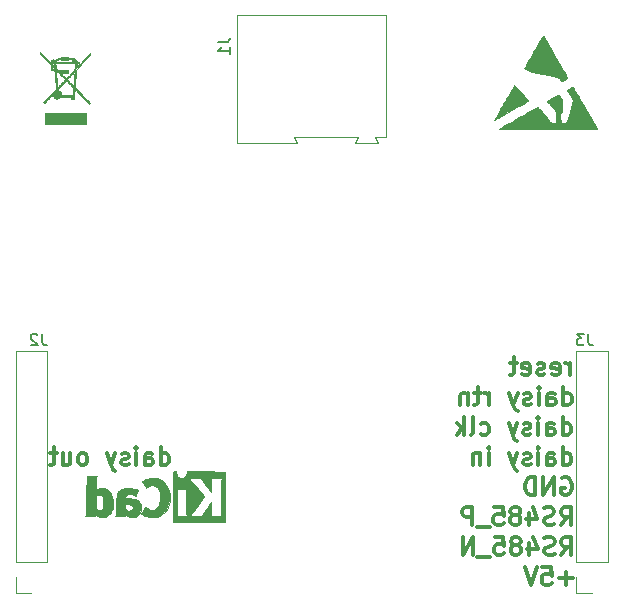
<source format=gbo>
G04 #@! TF.GenerationSoftware,KiCad,Pcbnew,(2017-05-08 revision d4e41c4f9)-makepkg*
G04 #@! TF.CreationDate,2017-05-10T16:58:57+02:00*
G04 #@! TF.ProjectId,led_pixel_stm32f030,6C65645F706978656C5F73746D333266,rev?*
G04 #@! TF.FileFunction,Legend,Bot*
G04 #@! TF.FilePolarity,Positive*
%FSLAX46Y46*%
G04 Gerber Fmt 4.6, Leading zero omitted, Abs format (unit mm)*
G04 Created by KiCad (PCBNEW (2017-05-08 revision d4e41c4f9)-makepkg) date 05/10/17 16:58:57*
%MOMM*%
%LPD*%
G01*
G04 APERTURE LIST*
%ADD10C,0.100000*%
%ADD11C,0.300000*%
%ADD12C,0.010000*%
%ADD13C,0.120000*%
%ADD14C,0.150000*%
G04 APERTURE END LIST*
D10*
D11*
X137232000Y-113632571D02*
X137232000Y-112132571D01*
X137232000Y-113561142D02*
X137374857Y-113632571D01*
X137660571Y-113632571D01*
X137803428Y-113561142D01*
X137874857Y-113489714D01*
X137946285Y-113346857D01*
X137946285Y-112918285D01*
X137874857Y-112775428D01*
X137803428Y-112704000D01*
X137660571Y-112632571D01*
X137374857Y-112632571D01*
X137232000Y-112704000D01*
X135874857Y-113632571D02*
X135874857Y-112846857D01*
X135946285Y-112704000D01*
X136089142Y-112632571D01*
X136374857Y-112632571D01*
X136517714Y-112704000D01*
X135874857Y-113561142D02*
X136017714Y-113632571D01*
X136374857Y-113632571D01*
X136517714Y-113561142D01*
X136589142Y-113418285D01*
X136589142Y-113275428D01*
X136517714Y-113132571D01*
X136374857Y-113061142D01*
X136017714Y-113061142D01*
X135874857Y-112989714D01*
X135160571Y-113632571D02*
X135160571Y-112632571D01*
X135160571Y-112132571D02*
X135232000Y-112204000D01*
X135160571Y-112275428D01*
X135089142Y-112204000D01*
X135160571Y-112132571D01*
X135160571Y-112275428D01*
X134517714Y-113561142D02*
X134374857Y-113632571D01*
X134089142Y-113632571D01*
X133946285Y-113561142D01*
X133874857Y-113418285D01*
X133874857Y-113346857D01*
X133946285Y-113204000D01*
X134089142Y-113132571D01*
X134303428Y-113132571D01*
X134446285Y-113061142D01*
X134517714Y-112918285D01*
X134517714Y-112846857D01*
X134446285Y-112704000D01*
X134303428Y-112632571D01*
X134089142Y-112632571D01*
X133946285Y-112704000D01*
X133374857Y-112632571D02*
X133017714Y-113632571D01*
X132660571Y-112632571D02*
X133017714Y-113632571D01*
X133160571Y-113989714D01*
X133232000Y-114061142D01*
X133374857Y-114132571D01*
X130732000Y-113632571D02*
X130874857Y-113561142D01*
X130946285Y-113489714D01*
X131017714Y-113346857D01*
X131017714Y-112918285D01*
X130946285Y-112775428D01*
X130874857Y-112704000D01*
X130732000Y-112632571D01*
X130517714Y-112632571D01*
X130374857Y-112704000D01*
X130303428Y-112775428D01*
X130232000Y-112918285D01*
X130232000Y-113346857D01*
X130303428Y-113489714D01*
X130374857Y-113561142D01*
X130517714Y-113632571D01*
X130732000Y-113632571D01*
X128946285Y-112632571D02*
X128946285Y-113632571D01*
X129589142Y-112632571D02*
X129589142Y-113418285D01*
X129517714Y-113561142D01*
X129374857Y-113632571D01*
X129160571Y-113632571D01*
X129017714Y-113561142D01*
X128946285Y-113489714D01*
X128446285Y-112632571D02*
X127874857Y-112632571D01*
X128232000Y-112132571D02*
X128232000Y-113418285D01*
X128160571Y-113561142D01*
X128017714Y-113632571D01*
X127874857Y-113632571D01*
X172121571Y-123221142D02*
X170978714Y-123221142D01*
X171550142Y-123792571D02*
X171550142Y-122649714D01*
X169550142Y-122292571D02*
X170264428Y-122292571D01*
X170335857Y-123006857D01*
X170264428Y-122935428D01*
X170121571Y-122864000D01*
X169764428Y-122864000D01*
X169621571Y-122935428D01*
X169550142Y-123006857D01*
X169478714Y-123149714D01*
X169478714Y-123506857D01*
X169550142Y-123649714D01*
X169621571Y-123721142D01*
X169764428Y-123792571D01*
X170121571Y-123792571D01*
X170264428Y-123721142D01*
X170335857Y-123649714D01*
X169050142Y-122292571D02*
X168550142Y-123792571D01*
X168050142Y-122292571D01*
X171149000Y-121252571D02*
X171649000Y-120538285D01*
X172006142Y-121252571D02*
X172006142Y-119752571D01*
X171434714Y-119752571D01*
X171291857Y-119824000D01*
X171220428Y-119895428D01*
X171149000Y-120038285D01*
X171149000Y-120252571D01*
X171220428Y-120395428D01*
X171291857Y-120466857D01*
X171434714Y-120538285D01*
X172006142Y-120538285D01*
X170577571Y-121181142D02*
X170363285Y-121252571D01*
X170006142Y-121252571D01*
X169863285Y-121181142D01*
X169791857Y-121109714D01*
X169720428Y-120966857D01*
X169720428Y-120824000D01*
X169791857Y-120681142D01*
X169863285Y-120609714D01*
X170006142Y-120538285D01*
X170291857Y-120466857D01*
X170434714Y-120395428D01*
X170506142Y-120324000D01*
X170577571Y-120181142D01*
X170577571Y-120038285D01*
X170506142Y-119895428D01*
X170434714Y-119824000D01*
X170291857Y-119752571D01*
X169934714Y-119752571D01*
X169720428Y-119824000D01*
X168434714Y-120252571D02*
X168434714Y-121252571D01*
X168791857Y-119681142D02*
X169149000Y-120752571D01*
X168220428Y-120752571D01*
X167434714Y-120395428D02*
X167577571Y-120324000D01*
X167649000Y-120252571D01*
X167720428Y-120109714D01*
X167720428Y-120038285D01*
X167649000Y-119895428D01*
X167577571Y-119824000D01*
X167434714Y-119752571D01*
X167149000Y-119752571D01*
X167006142Y-119824000D01*
X166934714Y-119895428D01*
X166863285Y-120038285D01*
X166863285Y-120109714D01*
X166934714Y-120252571D01*
X167006142Y-120324000D01*
X167149000Y-120395428D01*
X167434714Y-120395428D01*
X167577571Y-120466857D01*
X167649000Y-120538285D01*
X167720428Y-120681142D01*
X167720428Y-120966857D01*
X167649000Y-121109714D01*
X167577571Y-121181142D01*
X167434714Y-121252571D01*
X167149000Y-121252571D01*
X167006142Y-121181142D01*
X166934714Y-121109714D01*
X166863285Y-120966857D01*
X166863285Y-120681142D01*
X166934714Y-120538285D01*
X167006142Y-120466857D01*
X167149000Y-120395428D01*
X165506142Y-119752571D02*
X166220428Y-119752571D01*
X166291857Y-120466857D01*
X166220428Y-120395428D01*
X166077571Y-120324000D01*
X165720428Y-120324000D01*
X165577571Y-120395428D01*
X165506142Y-120466857D01*
X165434714Y-120609714D01*
X165434714Y-120966857D01*
X165506142Y-121109714D01*
X165577571Y-121181142D01*
X165720428Y-121252571D01*
X166077571Y-121252571D01*
X166220428Y-121181142D01*
X166291857Y-121109714D01*
X165149000Y-121395428D02*
X164006142Y-121395428D01*
X163649000Y-121252571D02*
X163649000Y-119752571D01*
X162791857Y-121252571D01*
X162791857Y-119752571D01*
X171113285Y-118712571D02*
X171613285Y-117998285D01*
X171970428Y-118712571D02*
X171970428Y-117212571D01*
X171399000Y-117212571D01*
X171256142Y-117284000D01*
X171184714Y-117355428D01*
X171113285Y-117498285D01*
X171113285Y-117712571D01*
X171184714Y-117855428D01*
X171256142Y-117926857D01*
X171399000Y-117998285D01*
X171970428Y-117998285D01*
X170541857Y-118641142D02*
X170327571Y-118712571D01*
X169970428Y-118712571D01*
X169827571Y-118641142D01*
X169756142Y-118569714D01*
X169684714Y-118426857D01*
X169684714Y-118284000D01*
X169756142Y-118141142D01*
X169827571Y-118069714D01*
X169970428Y-117998285D01*
X170256142Y-117926857D01*
X170399000Y-117855428D01*
X170470428Y-117784000D01*
X170541857Y-117641142D01*
X170541857Y-117498285D01*
X170470428Y-117355428D01*
X170399000Y-117284000D01*
X170256142Y-117212571D01*
X169899000Y-117212571D01*
X169684714Y-117284000D01*
X168399000Y-117712571D02*
X168399000Y-118712571D01*
X168756142Y-117141142D02*
X169113285Y-118212571D01*
X168184714Y-118212571D01*
X167399000Y-117855428D02*
X167541857Y-117784000D01*
X167613285Y-117712571D01*
X167684714Y-117569714D01*
X167684714Y-117498285D01*
X167613285Y-117355428D01*
X167541857Y-117284000D01*
X167399000Y-117212571D01*
X167113285Y-117212571D01*
X166970428Y-117284000D01*
X166899000Y-117355428D01*
X166827571Y-117498285D01*
X166827571Y-117569714D01*
X166899000Y-117712571D01*
X166970428Y-117784000D01*
X167113285Y-117855428D01*
X167399000Y-117855428D01*
X167541857Y-117926857D01*
X167613285Y-117998285D01*
X167684714Y-118141142D01*
X167684714Y-118426857D01*
X167613285Y-118569714D01*
X167541857Y-118641142D01*
X167399000Y-118712571D01*
X167113285Y-118712571D01*
X166970428Y-118641142D01*
X166899000Y-118569714D01*
X166827571Y-118426857D01*
X166827571Y-118141142D01*
X166899000Y-117998285D01*
X166970428Y-117926857D01*
X167113285Y-117855428D01*
X165470428Y-117212571D02*
X166184714Y-117212571D01*
X166256142Y-117926857D01*
X166184714Y-117855428D01*
X166041857Y-117784000D01*
X165684714Y-117784000D01*
X165541857Y-117855428D01*
X165470428Y-117926857D01*
X165399000Y-118069714D01*
X165399000Y-118426857D01*
X165470428Y-118569714D01*
X165541857Y-118641142D01*
X165684714Y-118712571D01*
X166041857Y-118712571D01*
X166184714Y-118641142D01*
X166256142Y-118569714D01*
X165113285Y-118855428D02*
X163970428Y-118855428D01*
X163613285Y-118712571D02*
X163613285Y-117212571D01*
X163041857Y-117212571D01*
X162899000Y-117284000D01*
X162827571Y-117355428D01*
X162756142Y-117498285D01*
X162756142Y-117712571D01*
X162827571Y-117855428D01*
X162899000Y-117926857D01*
X163041857Y-117998285D01*
X163613285Y-117998285D01*
X171208857Y-114744000D02*
X171351714Y-114672571D01*
X171566000Y-114672571D01*
X171780285Y-114744000D01*
X171923142Y-114886857D01*
X171994571Y-115029714D01*
X172066000Y-115315428D01*
X172066000Y-115529714D01*
X171994571Y-115815428D01*
X171923142Y-115958285D01*
X171780285Y-116101142D01*
X171566000Y-116172571D01*
X171423142Y-116172571D01*
X171208857Y-116101142D01*
X171137428Y-116029714D01*
X171137428Y-115529714D01*
X171423142Y-115529714D01*
X170494571Y-116172571D02*
X170494571Y-114672571D01*
X169637428Y-116172571D01*
X169637428Y-114672571D01*
X168923142Y-116172571D02*
X168923142Y-114672571D01*
X168566000Y-114672571D01*
X168351714Y-114744000D01*
X168208857Y-114886857D01*
X168137428Y-115029714D01*
X168066000Y-115315428D01*
X168066000Y-115529714D01*
X168137428Y-115815428D01*
X168208857Y-115958285D01*
X168351714Y-116101142D01*
X168566000Y-116172571D01*
X168923142Y-116172571D01*
X171280000Y-113632571D02*
X171280000Y-112132571D01*
X171280000Y-113561142D02*
X171422857Y-113632571D01*
X171708571Y-113632571D01*
X171851428Y-113561142D01*
X171922857Y-113489714D01*
X171994285Y-113346857D01*
X171994285Y-112918285D01*
X171922857Y-112775428D01*
X171851428Y-112704000D01*
X171708571Y-112632571D01*
X171422857Y-112632571D01*
X171280000Y-112704000D01*
X169922857Y-113632571D02*
X169922857Y-112846857D01*
X169994285Y-112704000D01*
X170137142Y-112632571D01*
X170422857Y-112632571D01*
X170565714Y-112704000D01*
X169922857Y-113561142D02*
X170065714Y-113632571D01*
X170422857Y-113632571D01*
X170565714Y-113561142D01*
X170637142Y-113418285D01*
X170637142Y-113275428D01*
X170565714Y-113132571D01*
X170422857Y-113061142D01*
X170065714Y-113061142D01*
X169922857Y-112989714D01*
X169208571Y-113632571D02*
X169208571Y-112632571D01*
X169208571Y-112132571D02*
X169280000Y-112204000D01*
X169208571Y-112275428D01*
X169137142Y-112204000D01*
X169208571Y-112132571D01*
X169208571Y-112275428D01*
X168565714Y-113561142D02*
X168422857Y-113632571D01*
X168137142Y-113632571D01*
X167994285Y-113561142D01*
X167922857Y-113418285D01*
X167922857Y-113346857D01*
X167994285Y-113204000D01*
X168137142Y-113132571D01*
X168351428Y-113132571D01*
X168494285Y-113061142D01*
X168565714Y-112918285D01*
X168565714Y-112846857D01*
X168494285Y-112704000D01*
X168351428Y-112632571D01*
X168137142Y-112632571D01*
X167994285Y-112704000D01*
X167422857Y-112632571D02*
X167065714Y-113632571D01*
X166708571Y-112632571D02*
X167065714Y-113632571D01*
X167208571Y-113989714D01*
X167280000Y-114061142D01*
X167422857Y-114132571D01*
X164994285Y-113632571D02*
X164994285Y-112632571D01*
X164994285Y-112132571D02*
X165065714Y-112204000D01*
X164994285Y-112275428D01*
X164922857Y-112204000D01*
X164994285Y-112132571D01*
X164994285Y-112275428D01*
X164280000Y-112632571D02*
X164280000Y-113632571D01*
X164280000Y-112775428D02*
X164208571Y-112704000D01*
X164065714Y-112632571D01*
X163851428Y-112632571D01*
X163708571Y-112704000D01*
X163637142Y-112846857D01*
X163637142Y-113632571D01*
X171252142Y-111092571D02*
X171252142Y-109592571D01*
X171252142Y-111021142D02*
X171395000Y-111092571D01*
X171680714Y-111092571D01*
X171823571Y-111021142D01*
X171895000Y-110949714D01*
X171966428Y-110806857D01*
X171966428Y-110378285D01*
X171895000Y-110235428D01*
X171823571Y-110164000D01*
X171680714Y-110092571D01*
X171395000Y-110092571D01*
X171252142Y-110164000D01*
X169895000Y-111092571D02*
X169895000Y-110306857D01*
X169966428Y-110164000D01*
X170109285Y-110092571D01*
X170395000Y-110092571D01*
X170537857Y-110164000D01*
X169895000Y-111021142D02*
X170037857Y-111092571D01*
X170395000Y-111092571D01*
X170537857Y-111021142D01*
X170609285Y-110878285D01*
X170609285Y-110735428D01*
X170537857Y-110592571D01*
X170395000Y-110521142D01*
X170037857Y-110521142D01*
X169895000Y-110449714D01*
X169180714Y-111092571D02*
X169180714Y-110092571D01*
X169180714Y-109592571D02*
X169252142Y-109664000D01*
X169180714Y-109735428D01*
X169109285Y-109664000D01*
X169180714Y-109592571D01*
X169180714Y-109735428D01*
X168537857Y-111021142D02*
X168395000Y-111092571D01*
X168109285Y-111092571D01*
X167966428Y-111021142D01*
X167895000Y-110878285D01*
X167895000Y-110806857D01*
X167966428Y-110664000D01*
X168109285Y-110592571D01*
X168323571Y-110592571D01*
X168466428Y-110521142D01*
X168537857Y-110378285D01*
X168537857Y-110306857D01*
X168466428Y-110164000D01*
X168323571Y-110092571D01*
X168109285Y-110092571D01*
X167966428Y-110164000D01*
X167395000Y-110092571D02*
X167037857Y-111092571D01*
X166680714Y-110092571D02*
X167037857Y-111092571D01*
X167180714Y-111449714D01*
X167252142Y-111521142D01*
X167395000Y-111592571D01*
X164323571Y-111021142D02*
X164466428Y-111092571D01*
X164752142Y-111092571D01*
X164895000Y-111021142D01*
X164966428Y-110949714D01*
X165037857Y-110806857D01*
X165037857Y-110378285D01*
X164966428Y-110235428D01*
X164895000Y-110164000D01*
X164752142Y-110092571D01*
X164466428Y-110092571D01*
X164323571Y-110164000D01*
X163466428Y-111092571D02*
X163609285Y-111021142D01*
X163680714Y-110878285D01*
X163680714Y-109592571D01*
X162895000Y-111092571D02*
X162895000Y-109592571D01*
X162752142Y-110521142D02*
X162323571Y-111092571D01*
X162323571Y-110092571D02*
X162895000Y-110664000D01*
X171307714Y-108552571D02*
X171307714Y-107052571D01*
X171307714Y-108481142D02*
X171450571Y-108552571D01*
X171736285Y-108552571D01*
X171879142Y-108481142D01*
X171950571Y-108409714D01*
X172022000Y-108266857D01*
X172022000Y-107838285D01*
X171950571Y-107695428D01*
X171879142Y-107624000D01*
X171736285Y-107552571D01*
X171450571Y-107552571D01*
X171307714Y-107624000D01*
X169950571Y-108552571D02*
X169950571Y-107766857D01*
X170022000Y-107624000D01*
X170164857Y-107552571D01*
X170450571Y-107552571D01*
X170593428Y-107624000D01*
X169950571Y-108481142D02*
X170093428Y-108552571D01*
X170450571Y-108552571D01*
X170593428Y-108481142D01*
X170664857Y-108338285D01*
X170664857Y-108195428D01*
X170593428Y-108052571D01*
X170450571Y-107981142D01*
X170093428Y-107981142D01*
X169950571Y-107909714D01*
X169236285Y-108552571D02*
X169236285Y-107552571D01*
X169236285Y-107052571D02*
X169307714Y-107124000D01*
X169236285Y-107195428D01*
X169164857Y-107124000D01*
X169236285Y-107052571D01*
X169236285Y-107195428D01*
X168593428Y-108481142D02*
X168450571Y-108552571D01*
X168164857Y-108552571D01*
X168022000Y-108481142D01*
X167950571Y-108338285D01*
X167950571Y-108266857D01*
X168022000Y-108124000D01*
X168164857Y-108052571D01*
X168379142Y-108052571D01*
X168522000Y-107981142D01*
X168593428Y-107838285D01*
X168593428Y-107766857D01*
X168522000Y-107624000D01*
X168379142Y-107552571D01*
X168164857Y-107552571D01*
X168022000Y-107624000D01*
X167450571Y-107552571D02*
X167093428Y-108552571D01*
X166736285Y-107552571D02*
X167093428Y-108552571D01*
X167236285Y-108909714D01*
X167307714Y-108981142D01*
X167450571Y-109052571D01*
X165022000Y-108552571D02*
X165022000Y-107552571D01*
X165022000Y-107838285D02*
X164950571Y-107695428D01*
X164879142Y-107624000D01*
X164736285Y-107552571D01*
X164593428Y-107552571D01*
X164307714Y-107552571D02*
X163736285Y-107552571D01*
X164093428Y-107052571D02*
X164093428Y-108338285D01*
X164022000Y-108481142D01*
X163879142Y-108552571D01*
X163736285Y-108552571D01*
X163236285Y-107552571D02*
X163236285Y-108552571D01*
X163236285Y-107695428D02*
X163164857Y-107624000D01*
X163022000Y-107552571D01*
X162807714Y-107552571D01*
X162664857Y-107624000D01*
X162593428Y-107766857D01*
X162593428Y-108552571D01*
X171859571Y-106012571D02*
X171859571Y-105012571D01*
X171859571Y-105298285D02*
X171788142Y-105155428D01*
X171716714Y-105084000D01*
X171573857Y-105012571D01*
X171431000Y-105012571D01*
X170359571Y-105941142D02*
X170502428Y-106012571D01*
X170788142Y-106012571D01*
X170931000Y-105941142D01*
X171002428Y-105798285D01*
X171002428Y-105226857D01*
X170931000Y-105084000D01*
X170788142Y-105012571D01*
X170502428Y-105012571D01*
X170359571Y-105084000D01*
X170288142Y-105226857D01*
X170288142Y-105369714D01*
X171002428Y-105512571D01*
X169716714Y-105941142D02*
X169573857Y-106012571D01*
X169288142Y-106012571D01*
X169145285Y-105941142D01*
X169073857Y-105798285D01*
X169073857Y-105726857D01*
X169145285Y-105584000D01*
X169288142Y-105512571D01*
X169502428Y-105512571D01*
X169645285Y-105441142D01*
X169716714Y-105298285D01*
X169716714Y-105226857D01*
X169645285Y-105084000D01*
X169502428Y-105012571D01*
X169288142Y-105012571D01*
X169145285Y-105084000D01*
X167859571Y-105941142D02*
X168002428Y-106012571D01*
X168288142Y-106012571D01*
X168431000Y-105941142D01*
X168502428Y-105798285D01*
X168502428Y-105226857D01*
X168431000Y-105084000D01*
X168288142Y-105012571D01*
X168002428Y-105012571D01*
X167859571Y-105084000D01*
X167788142Y-105226857D01*
X167788142Y-105369714D01*
X168502428Y-105512571D01*
X167359571Y-105012571D02*
X166788142Y-105012571D01*
X167145285Y-104512571D02*
X167145285Y-105798285D01*
X167073857Y-105941142D01*
X166931000Y-106012571D01*
X166788142Y-106012571D01*
D12*
G36*
X172071251Y-81596036D02*
X172027456Y-81612972D01*
X171960707Y-81646601D01*
X171864863Y-81699334D01*
X171857401Y-81703525D01*
X171769129Y-81754001D01*
X171694637Y-81798223D01*
X171641240Y-81831731D01*
X171616254Y-81850064D01*
X171615555Y-81850962D01*
X171621591Y-81876414D01*
X171649277Y-81933255D01*
X171696812Y-82018389D01*
X171762389Y-82128717D01*
X171844203Y-82261144D01*
X171940452Y-82412571D01*
X171964406Y-82449707D01*
X172026817Y-82552757D01*
X172072263Y-82641432D01*
X172096754Y-82707714D01*
X172099267Y-82720807D01*
X172098152Y-82778443D01*
X172085657Y-82869865D01*
X172063340Y-82989208D01*
X172032760Y-83130609D01*
X171995472Y-83288203D01*
X171953035Y-83456126D01*
X171907006Y-83628514D01*
X171858943Y-83799501D01*
X171810403Y-83963224D01*
X171762943Y-84113818D01*
X171718122Y-84245420D01*
X171677497Y-84352163D01*
X171649177Y-84415494D01*
X171615817Y-84482957D01*
X171584318Y-84547511D01*
X171582613Y-84551045D01*
X171530502Y-84616250D01*
X171454446Y-84660156D01*
X171365908Y-84681197D01*
X171276352Y-84677807D01*
X171197242Y-84648423D01*
X171152736Y-84609736D01*
X171088644Y-84503636D01*
X171041678Y-84371405D01*
X171015910Y-84226527D01*
X171012259Y-84144394D01*
X171026961Y-83991105D01*
X171070110Y-83864166D01*
X171144028Y-83757418D01*
X171167079Y-83733657D01*
X171235675Y-83667009D01*
X171240386Y-83195916D01*
X171245097Y-82724822D01*
X171125054Y-82543106D01*
X171068723Y-82460856D01*
X171014472Y-82386865D01*
X170970041Y-82331448D01*
X170950944Y-82311056D01*
X170896876Y-82260723D01*
X170823650Y-82300158D01*
X170777367Y-82328415D01*
X170752043Y-82350354D01*
X170750424Y-82354299D01*
X170733116Y-82371023D01*
X170703503Y-82383476D01*
X170674886Y-82394700D01*
X170631066Y-82416024D01*
X170568282Y-82449529D01*
X170482772Y-82497296D01*
X170370774Y-82561407D01*
X170228527Y-82643944D01*
X170151227Y-82689065D01*
X170060298Y-82743111D01*
X170000661Y-82781604D01*
X169967039Y-82809044D01*
X169954156Y-82829934D01*
X169956735Y-82848775D01*
X169958885Y-82853152D01*
X169979803Y-82880714D01*
X170024560Y-82932416D01*
X170087943Y-83002475D01*
X170164738Y-83085107D01*
X170231156Y-83155156D01*
X170384210Y-83321414D01*
X170503944Y-83465519D01*
X170591427Y-83588921D01*
X170647726Y-83693068D01*
X170666716Y-83745954D01*
X170674560Y-83792250D01*
X170682662Y-83871221D01*
X170690309Y-83973846D01*
X170696788Y-84091103D01*
X170699837Y-84165248D01*
X170704092Y-84293427D01*
X170705964Y-84387138D01*
X170704901Y-84453583D01*
X170700354Y-84499961D01*
X170691773Y-84533474D01*
X170678606Y-84561321D01*
X170668265Y-84578324D01*
X170608544Y-84643862D01*
X170531589Y-84689532D01*
X170450620Y-84709450D01*
X170389942Y-84702244D01*
X170335001Y-84671066D01*
X170266133Y-84615230D01*
X170192995Y-84544474D01*
X170125248Y-84468537D01*
X170072550Y-84397159D01*
X170053147Y-84362668D01*
X170024081Y-84315441D01*
X169971217Y-84243506D01*
X169899384Y-84152485D01*
X169813412Y-84048000D01*
X169718132Y-83935675D01*
X169618373Y-83821130D01*
X169518966Y-83709990D01*
X169424741Y-83607875D01*
X169340527Y-83520408D01*
X169274409Y-83456198D01*
X169201001Y-83392057D01*
X169139247Y-83344763D01*
X169095934Y-83319235D01*
X169081555Y-83316429D01*
X169059521Y-83327752D01*
X169004562Y-83358144D01*
X168919848Y-83405780D01*
X168808552Y-83468835D01*
X168673844Y-83545485D01*
X168518897Y-83633905D01*
X168346881Y-83732270D01*
X168160968Y-83838756D01*
X167964330Y-83951537D01*
X167760137Y-84068789D01*
X167551561Y-84188687D01*
X167341775Y-84309407D01*
X167133948Y-84429123D01*
X166931253Y-84546011D01*
X166736860Y-84658246D01*
X166553942Y-84764004D01*
X166385670Y-84861460D01*
X166235215Y-84948788D01*
X166105749Y-85024165D01*
X166000443Y-85085765D01*
X165922468Y-85131764D01*
X165874996Y-85160337D01*
X165861237Y-85169304D01*
X165879769Y-85171076D01*
X165938067Y-85172799D01*
X166034191Y-85174464D01*
X166166201Y-85176063D01*
X166332154Y-85177587D01*
X166530111Y-85179029D01*
X166758130Y-85180380D01*
X167014271Y-85181632D01*
X167296592Y-85182776D01*
X167603153Y-85183804D01*
X167932013Y-85184708D01*
X168281231Y-85185479D01*
X168648865Y-85186109D01*
X169032976Y-85186590D01*
X169431623Y-85186914D01*
X169842863Y-85187072D01*
X170015420Y-85187087D01*
X174189414Y-85187087D01*
X173891732Y-84670954D01*
X173828714Y-84561665D01*
X173747594Y-84420940D01*
X173651084Y-84253486D01*
X173541897Y-84064012D01*
X173422745Y-83857223D01*
X173296340Y-83637828D01*
X173165395Y-83410533D01*
X173032621Y-83180046D01*
X172900731Y-82951073D01*
X172867376Y-82893163D01*
X172745753Y-82682232D01*
X172629772Y-82481535D01*
X172521175Y-82294059D01*
X172421706Y-82122792D01*
X172333108Y-81970723D01*
X172257122Y-81840838D01*
X172195493Y-81736125D01*
X172149963Y-81659573D01*
X172122275Y-81614169D01*
X172114528Y-81602609D01*
X172098228Y-81593385D01*
X172071251Y-81596036D01*
X172071251Y-81596036D01*
G37*
X172071251Y-81596036D02*
X172027456Y-81612972D01*
X171960707Y-81646601D01*
X171864863Y-81699334D01*
X171857401Y-81703525D01*
X171769129Y-81754001D01*
X171694637Y-81798223D01*
X171641240Y-81831731D01*
X171616254Y-81850064D01*
X171615555Y-81850962D01*
X171621591Y-81876414D01*
X171649277Y-81933255D01*
X171696812Y-82018389D01*
X171762389Y-82128717D01*
X171844203Y-82261144D01*
X171940452Y-82412571D01*
X171964406Y-82449707D01*
X172026817Y-82552757D01*
X172072263Y-82641432D01*
X172096754Y-82707714D01*
X172099267Y-82720807D01*
X172098152Y-82778443D01*
X172085657Y-82869865D01*
X172063340Y-82989208D01*
X172032760Y-83130609D01*
X171995472Y-83288203D01*
X171953035Y-83456126D01*
X171907006Y-83628514D01*
X171858943Y-83799501D01*
X171810403Y-83963224D01*
X171762943Y-84113818D01*
X171718122Y-84245420D01*
X171677497Y-84352163D01*
X171649177Y-84415494D01*
X171615817Y-84482957D01*
X171584318Y-84547511D01*
X171582613Y-84551045D01*
X171530502Y-84616250D01*
X171454446Y-84660156D01*
X171365908Y-84681197D01*
X171276352Y-84677807D01*
X171197242Y-84648423D01*
X171152736Y-84609736D01*
X171088644Y-84503636D01*
X171041678Y-84371405D01*
X171015910Y-84226527D01*
X171012259Y-84144394D01*
X171026961Y-83991105D01*
X171070110Y-83864166D01*
X171144028Y-83757418D01*
X171167079Y-83733657D01*
X171235675Y-83667009D01*
X171240386Y-83195916D01*
X171245097Y-82724822D01*
X171125054Y-82543106D01*
X171068723Y-82460856D01*
X171014472Y-82386865D01*
X170970041Y-82331448D01*
X170950944Y-82311056D01*
X170896876Y-82260723D01*
X170823650Y-82300158D01*
X170777367Y-82328415D01*
X170752043Y-82350354D01*
X170750424Y-82354299D01*
X170733116Y-82371023D01*
X170703503Y-82383476D01*
X170674886Y-82394700D01*
X170631066Y-82416024D01*
X170568282Y-82449529D01*
X170482772Y-82497296D01*
X170370774Y-82561407D01*
X170228527Y-82643944D01*
X170151227Y-82689065D01*
X170060298Y-82743111D01*
X170000661Y-82781604D01*
X169967039Y-82809044D01*
X169954156Y-82829934D01*
X169956735Y-82848775D01*
X169958885Y-82853152D01*
X169979803Y-82880714D01*
X170024560Y-82932416D01*
X170087943Y-83002475D01*
X170164738Y-83085107D01*
X170231156Y-83155156D01*
X170384210Y-83321414D01*
X170503944Y-83465519D01*
X170591427Y-83588921D01*
X170647726Y-83693068D01*
X170666716Y-83745954D01*
X170674560Y-83792250D01*
X170682662Y-83871221D01*
X170690309Y-83973846D01*
X170696788Y-84091103D01*
X170699837Y-84165248D01*
X170704092Y-84293427D01*
X170705964Y-84387138D01*
X170704901Y-84453583D01*
X170700354Y-84499961D01*
X170691773Y-84533474D01*
X170678606Y-84561321D01*
X170668265Y-84578324D01*
X170608544Y-84643862D01*
X170531589Y-84689532D01*
X170450620Y-84709450D01*
X170389942Y-84702244D01*
X170335001Y-84671066D01*
X170266133Y-84615230D01*
X170192995Y-84544474D01*
X170125248Y-84468537D01*
X170072550Y-84397159D01*
X170053147Y-84362668D01*
X170024081Y-84315441D01*
X169971217Y-84243506D01*
X169899384Y-84152485D01*
X169813412Y-84048000D01*
X169718132Y-83935675D01*
X169618373Y-83821130D01*
X169518966Y-83709990D01*
X169424741Y-83607875D01*
X169340527Y-83520408D01*
X169274409Y-83456198D01*
X169201001Y-83392057D01*
X169139247Y-83344763D01*
X169095934Y-83319235D01*
X169081555Y-83316429D01*
X169059521Y-83327752D01*
X169004562Y-83358144D01*
X168919848Y-83405780D01*
X168808552Y-83468835D01*
X168673844Y-83545485D01*
X168518897Y-83633905D01*
X168346881Y-83732270D01*
X168160968Y-83838756D01*
X167964330Y-83951537D01*
X167760137Y-84068789D01*
X167551561Y-84188687D01*
X167341775Y-84309407D01*
X167133948Y-84429123D01*
X166931253Y-84546011D01*
X166736860Y-84658246D01*
X166553942Y-84764004D01*
X166385670Y-84861460D01*
X166235215Y-84948788D01*
X166105749Y-85024165D01*
X166000443Y-85085765D01*
X165922468Y-85131764D01*
X165874996Y-85160337D01*
X165861237Y-85169304D01*
X165879769Y-85171076D01*
X165938067Y-85172799D01*
X166034191Y-85174464D01*
X166166201Y-85176063D01*
X166332154Y-85177587D01*
X166530111Y-85179029D01*
X166758130Y-85180380D01*
X167014271Y-85181632D01*
X167296592Y-85182776D01*
X167603153Y-85183804D01*
X167932013Y-85184708D01*
X168281231Y-85185479D01*
X168648865Y-85186109D01*
X169032976Y-85186590D01*
X169431623Y-85186914D01*
X169842863Y-85187072D01*
X170015420Y-85187087D01*
X174189414Y-85187087D01*
X173891732Y-84670954D01*
X173828714Y-84561665D01*
X173747594Y-84420940D01*
X173651084Y-84253486D01*
X173541897Y-84064012D01*
X173422745Y-83857223D01*
X173296340Y-83637828D01*
X173165395Y-83410533D01*
X173032621Y-83180046D01*
X172900731Y-82951073D01*
X172867376Y-82893163D01*
X172745753Y-82682232D01*
X172629772Y-82481535D01*
X172521175Y-82294059D01*
X172421706Y-82122792D01*
X172333108Y-81970723D01*
X172257122Y-81840838D01*
X172195493Y-81736125D01*
X172149963Y-81659573D01*
X172122275Y-81614169D01*
X172114528Y-81602609D01*
X172098228Y-81593385D01*
X172071251Y-81596036D01*
G36*
X167135854Y-81519908D02*
X167120531Y-81545590D01*
X167086089Y-81604469D01*
X167034231Y-81693602D01*
X166966660Y-81810049D01*
X166885079Y-81950867D01*
X166791191Y-82113114D01*
X166686701Y-82293849D01*
X166573310Y-82490130D01*
X166452722Y-82699016D01*
X166328687Y-82914017D01*
X166202013Y-83133649D01*
X166080392Y-83344495D01*
X165965588Y-83543499D01*
X165859362Y-83727607D01*
X165763477Y-83893765D01*
X165679698Y-84038917D01*
X165609786Y-84160009D01*
X165555504Y-84253988D01*
X165518615Y-84317797D01*
X165501269Y-84347719D01*
X165472993Y-84398271D01*
X165457618Y-84429914D01*
X165456776Y-84435420D01*
X165475512Y-84425082D01*
X165527614Y-84395407D01*
X165610360Y-84347968D01*
X165721025Y-84284333D01*
X165856886Y-84206074D01*
X166015219Y-84114759D01*
X166193302Y-84011960D01*
X166388410Y-83899247D01*
X166597820Y-83778189D01*
X166818809Y-83650357D01*
X166902887Y-83601702D01*
X167127830Y-83471567D01*
X167342476Y-83347497D01*
X167544068Y-83231077D01*
X167729852Y-83123893D01*
X167897072Y-83027531D01*
X168042973Y-82943578D01*
X168164799Y-82873620D01*
X168259796Y-82819243D01*
X168325208Y-82782034D01*
X168358280Y-82763578D01*
X168361738Y-82761830D01*
X168351661Y-82746005D01*
X168316593Y-82703692D01*
X168260115Y-82638790D01*
X168185807Y-82555196D01*
X168097248Y-82456809D01*
X167998020Y-82347525D01*
X167891702Y-82231244D01*
X167781875Y-82111862D01*
X167672118Y-81993277D01*
X167566012Y-81879388D01*
X167467138Y-81774092D01*
X167379074Y-81681287D01*
X167305401Y-81604870D01*
X167249700Y-81548740D01*
X167230597Y-81530335D01*
X167167292Y-81470872D01*
X167135854Y-81519908D01*
X167135854Y-81519908D01*
G37*
X167135854Y-81519908D02*
X167120531Y-81545590D01*
X167086089Y-81604469D01*
X167034231Y-81693602D01*
X166966660Y-81810049D01*
X166885079Y-81950867D01*
X166791191Y-82113114D01*
X166686701Y-82293849D01*
X166573310Y-82490130D01*
X166452722Y-82699016D01*
X166328687Y-82914017D01*
X166202013Y-83133649D01*
X166080392Y-83344495D01*
X165965588Y-83543499D01*
X165859362Y-83727607D01*
X165763477Y-83893765D01*
X165679698Y-84038917D01*
X165609786Y-84160009D01*
X165555504Y-84253988D01*
X165518615Y-84317797D01*
X165501269Y-84347719D01*
X165472993Y-84398271D01*
X165457618Y-84429914D01*
X165456776Y-84435420D01*
X165475512Y-84425082D01*
X165527614Y-84395407D01*
X165610360Y-84347968D01*
X165721025Y-84284333D01*
X165856886Y-84206074D01*
X166015219Y-84114759D01*
X166193302Y-84011960D01*
X166388410Y-83899247D01*
X166597820Y-83778189D01*
X166818809Y-83650357D01*
X166902887Y-83601702D01*
X167127830Y-83471567D01*
X167342476Y-83347497D01*
X167544068Y-83231077D01*
X167729852Y-83123893D01*
X167897072Y-83027531D01*
X168042973Y-82943578D01*
X168164799Y-82873620D01*
X168259796Y-82819243D01*
X168325208Y-82782034D01*
X168358280Y-82763578D01*
X168361738Y-82761830D01*
X168351661Y-82746005D01*
X168316593Y-82703692D01*
X168260115Y-82638790D01*
X168185807Y-82555196D01*
X168097248Y-82456809D01*
X167998020Y-82347525D01*
X167891702Y-82231244D01*
X167781875Y-82111862D01*
X167672118Y-81993277D01*
X167566012Y-81879388D01*
X167467138Y-81774092D01*
X167379074Y-81681287D01*
X167305401Y-81604870D01*
X167249700Y-81548740D01*
X167230597Y-81530335D01*
X167167292Y-81470872D01*
X167135854Y-81519908D01*
G36*
X169591122Y-77280166D02*
X169560124Y-77330538D01*
X169512366Y-77410341D01*
X169449806Y-77516180D01*
X169374403Y-77644659D01*
X169288115Y-77792384D01*
X169192899Y-77955958D01*
X169090715Y-78131987D01*
X168983519Y-78317075D01*
X168873271Y-78507827D01*
X168761929Y-78700847D01*
X168651450Y-78892741D01*
X168543793Y-79080111D01*
X168440916Y-79259565D01*
X168344777Y-79427705D01*
X168257335Y-79581137D01*
X168180547Y-79716465D01*
X168116372Y-79830294D01*
X168066767Y-79919229D01*
X168033691Y-79979874D01*
X168019103Y-80008833D01*
X168018569Y-80010644D01*
X168036679Y-80035217D01*
X168087020Y-80072807D01*
X168163605Y-80119722D01*
X168260448Y-80172274D01*
X168361833Y-80222213D01*
X168499785Y-80282769D01*
X168644858Y-80337179D01*
X168802050Y-80386651D01*
X168976357Y-80432395D01*
X169172778Y-80475620D01*
X169396311Y-80517534D01*
X169651952Y-80559347D01*
X169916394Y-80598284D01*
X170146148Y-80632828D01*
X170339083Y-80667026D01*
X170500036Y-80702577D01*
X170633845Y-80741182D01*
X170745350Y-80784539D01*
X170839386Y-80834348D01*
X170920794Y-80892309D01*
X170994410Y-80960120D01*
X171018149Y-80985312D01*
X171069603Y-81043958D01*
X171107666Y-81091815D01*
X171125323Y-81119958D01*
X171125794Y-81122265D01*
X171131972Y-81136416D01*
X171153410Y-81136575D01*
X171194467Y-81120861D01*
X171259499Y-81087391D01*
X171352863Y-81034281D01*
X171417748Y-80996088D01*
X171514499Y-80936385D01*
X171589688Y-80885263D01*
X171638261Y-80846399D01*
X171655165Y-80823472D01*
X171655155Y-80823305D01*
X171644672Y-80801456D01*
X171615069Y-80746739D01*
X171568062Y-80662136D01*
X171505371Y-80550629D01*
X171428714Y-80415201D01*
X171339809Y-80258833D01*
X171240374Y-80084507D01*
X171132128Y-79895206D01*
X171016789Y-79693911D01*
X170896076Y-79483605D01*
X170771706Y-79267271D01*
X170645399Y-79047889D01*
X170518873Y-78828442D01*
X170393845Y-78611912D01*
X170272035Y-78401281D01*
X170155161Y-78199532D01*
X170044940Y-78009647D01*
X169943092Y-77834606D01*
X169851335Y-77677394D01*
X169771387Y-77540991D01*
X169704966Y-77428380D01*
X169653791Y-77342543D01*
X169619580Y-77286462D01*
X169604052Y-77263119D01*
X169603402Y-77262621D01*
X169591122Y-77280166D01*
X169591122Y-77280166D01*
G37*
X169591122Y-77280166D02*
X169560124Y-77330538D01*
X169512366Y-77410341D01*
X169449806Y-77516180D01*
X169374403Y-77644659D01*
X169288115Y-77792384D01*
X169192899Y-77955958D01*
X169090715Y-78131987D01*
X168983519Y-78317075D01*
X168873271Y-78507827D01*
X168761929Y-78700847D01*
X168651450Y-78892741D01*
X168543793Y-79080111D01*
X168440916Y-79259565D01*
X168344777Y-79427705D01*
X168257335Y-79581137D01*
X168180547Y-79716465D01*
X168116372Y-79830294D01*
X168066767Y-79919229D01*
X168033691Y-79979874D01*
X168019103Y-80008833D01*
X168018569Y-80010644D01*
X168036679Y-80035217D01*
X168087020Y-80072807D01*
X168163605Y-80119722D01*
X168260448Y-80172274D01*
X168361833Y-80222213D01*
X168499785Y-80282769D01*
X168644858Y-80337179D01*
X168802050Y-80386651D01*
X168976357Y-80432395D01*
X169172778Y-80475620D01*
X169396311Y-80517534D01*
X169651952Y-80559347D01*
X169916394Y-80598284D01*
X170146148Y-80632828D01*
X170339083Y-80667026D01*
X170500036Y-80702577D01*
X170633845Y-80741182D01*
X170745350Y-80784539D01*
X170839386Y-80834348D01*
X170920794Y-80892309D01*
X170994410Y-80960120D01*
X171018149Y-80985312D01*
X171069603Y-81043958D01*
X171107666Y-81091815D01*
X171125323Y-81119958D01*
X171125794Y-81122265D01*
X171131972Y-81136416D01*
X171153410Y-81136575D01*
X171194467Y-81120861D01*
X171259499Y-81087391D01*
X171352863Y-81034281D01*
X171417748Y-80996088D01*
X171514499Y-80936385D01*
X171589688Y-80885263D01*
X171638261Y-80846399D01*
X171655165Y-80823472D01*
X171655155Y-80823305D01*
X171644672Y-80801456D01*
X171615069Y-80746739D01*
X171568062Y-80662136D01*
X171505371Y-80550629D01*
X171428714Y-80415201D01*
X171339809Y-80258833D01*
X171240374Y-80084507D01*
X171132128Y-79895206D01*
X171016789Y-79693911D01*
X170896076Y-79483605D01*
X170771706Y-79267271D01*
X170645399Y-79047889D01*
X170518873Y-78828442D01*
X170393845Y-78611912D01*
X170272035Y-78401281D01*
X170155161Y-78199532D01*
X170044940Y-78009647D01*
X169943092Y-77834606D01*
X169851335Y-77677394D01*
X169771387Y-77540991D01*
X169704966Y-77428380D01*
X169653791Y-77342543D01*
X169619580Y-77286462D01*
X169604052Y-77263119D01*
X169603402Y-77262621D01*
X169591122Y-77280166D01*
G36*
X127424178Y-84729822D02*
X130944971Y-84729822D01*
X130944971Y-83862198D01*
X127424178Y-83862198D01*
X127424178Y-84729822D01*
X127424178Y-84729822D01*
G37*
X127424178Y-84729822D02*
X130944971Y-84729822D01*
X130944971Y-83862198D01*
X127424178Y-83862198D01*
X127424178Y-84729822D01*
G36*
X127047570Y-78776848D02*
X127048189Y-78863931D01*
X127499914Y-79322891D01*
X127951639Y-79781852D01*
X127951968Y-79992471D01*
X127952297Y-80203089D01*
X128227390Y-80203089D01*
X128234478Y-80256530D01*
X128237162Y-80280888D01*
X128241687Y-80326759D01*
X128247809Y-80391405D01*
X128255288Y-80472091D01*
X128263881Y-80566081D01*
X128273346Y-80670637D01*
X128283442Y-80783025D01*
X128293926Y-80900507D01*
X128304556Y-81020348D01*
X128315091Y-81139811D01*
X128325287Y-81256159D01*
X128334905Y-81366657D01*
X128343700Y-81468569D01*
X128351432Y-81559158D01*
X128357858Y-81635687D01*
X128362737Y-81695421D01*
X128365825Y-81735624D01*
X128366883Y-81753559D01*
X128366882Y-81753644D01*
X128359173Y-81768035D01*
X128336019Y-81797748D01*
X128297105Y-81843131D01*
X128242116Y-81904529D01*
X128170736Y-81982288D01*
X128082651Y-82076754D01*
X127977546Y-82188272D01*
X127855105Y-82317188D01*
X127820690Y-82353287D01*
X127274863Y-82925416D01*
X127363119Y-83013436D01*
X127434515Y-82935758D01*
X127460634Y-82907686D01*
X127501434Y-82864274D01*
X127554223Y-82808366D01*
X127616309Y-82742808D01*
X127685000Y-82670441D01*
X127757604Y-82594112D01*
X127801040Y-82548524D01*
X127882584Y-82463119D01*
X127948496Y-82394710D01*
X128000456Y-82342053D01*
X128040145Y-82303905D01*
X128069243Y-82279020D01*
X128089431Y-82266156D01*
X128102390Y-82264068D01*
X128109800Y-82271513D01*
X128113342Y-82287246D01*
X128114697Y-82310023D01*
X128114879Y-82316239D01*
X128124297Y-82359061D01*
X128147503Y-82410819D01*
X128179864Y-82463328D01*
X128216748Y-82508403D01*
X128231507Y-82522328D01*
X128307233Y-82571047D01*
X128395692Y-82598306D01*
X128473900Y-82604773D01*
X128562532Y-82592576D01*
X128644388Y-82556813D01*
X128716836Y-82498722D01*
X128730203Y-82484262D01*
X128779082Y-82428733D01*
X129624674Y-82428733D01*
X129624674Y-82604773D01*
X129851010Y-82604773D01*
X129851010Y-82522531D01*
X129853850Y-82466386D01*
X129863393Y-82427416D01*
X129874991Y-82406219D01*
X129883277Y-82391052D01*
X129890373Y-82369062D01*
X129896748Y-82336987D01*
X129902872Y-82291569D01*
X129909216Y-82229548D01*
X129916250Y-82147662D01*
X129921066Y-82086746D01*
X129943161Y-81801343D01*
X130485565Y-82350805D01*
X130583637Y-82450228D01*
X130677784Y-82545815D01*
X130766285Y-82635810D01*
X130847420Y-82718457D01*
X130919469Y-82792001D01*
X130980712Y-82854684D01*
X131029427Y-82904752D01*
X131063896Y-82940448D01*
X131082379Y-82959995D01*
X131112743Y-82990944D01*
X131138071Y-83012530D01*
X131151695Y-83019723D01*
X131169095Y-83011297D01*
X131194460Y-82990245D01*
X131203058Y-82981671D01*
X131239514Y-82943620D01*
X131038802Y-82739658D01*
X130987596Y-82687699D01*
X130921569Y-82620820D01*
X130843618Y-82541950D01*
X130756638Y-82454014D01*
X130663526Y-82359941D01*
X130567179Y-82262658D01*
X130470492Y-82165093D01*
X130401134Y-82095145D01*
X130295703Y-81988550D01*
X130207129Y-81898307D01*
X130134281Y-81823192D01*
X130076023Y-81761986D01*
X130031225Y-81713466D01*
X130009021Y-81688129D01*
X129830724Y-81688129D01*
X129808401Y-81973555D01*
X129801669Y-82057219D01*
X129795157Y-82133727D01*
X129789234Y-82199081D01*
X129784268Y-82249281D01*
X129780629Y-82280329D01*
X129779458Y-82287273D01*
X129772838Y-82315565D01*
X128823364Y-82315565D01*
X128817026Y-82236606D01*
X128797890Y-82143315D01*
X128757846Y-82060791D01*
X128699418Y-81992038D01*
X128625129Y-81940063D01*
X128541748Y-81908863D01*
X128514698Y-81894228D01*
X128501156Y-81862819D01*
X128500872Y-81861434D01*
X128499247Y-81848174D01*
X128501256Y-81834595D01*
X128508858Y-81818181D01*
X128524016Y-81796411D01*
X128548688Y-81766767D01*
X128584836Y-81726732D01*
X128634420Y-81673785D01*
X128699401Y-81605409D01*
X128703599Y-81601005D01*
X128773493Y-81527611D01*
X128847800Y-81449437D01*
X128921414Y-81371864D01*
X128989229Y-81300275D01*
X129046140Y-81240051D01*
X129058832Y-81226587D01*
X129107487Y-81175820D01*
X129150709Y-81132375D01*
X129185395Y-81099241D01*
X129208444Y-81079405D01*
X129216182Y-81075046D01*
X129227722Y-81084170D01*
X129254710Y-81109200D01*
X129295021Y-81148052D01*
X129346529Y-81198643D01*
X129407109Y-81258888D01*
X129474636Y-81326704D01*
X129529826Y-81382565D01*
X129830724Y-81688129D01*
X130009021Y-81688129D01*
X129998751Y-81676411D01*
X129977471Y-81649599D01*
X129966251Y-81631808D01*
X129963754Y-81623570D01*
X129964700Y-81605590D01*
X129967573Y-81564892D01*
X129972187Y-81503819D01*
X129978358Y-81424713D01*
X129985898Y-81329914D01*
X129994621Y-81221767D01*
X130004343Y-81102612D01*
X130014876Y-80974791D01*
X130023365Y-80872635D01*
X130071396Y-80296674D01*
X129947805Y-80296674D01*
X129947273Y-80309104D01*
X129944769Y-80344110D01*
X129940496Y-80399215D01*
X129934653Y-80471943D01*
X129927443Y-80559814D01*
X129919066Y-80660351D01*
X129909723Y-80771077D01*
X129900758Y-80876205D01*
X129890602Y-80995483D01*
X129881142Y-81108080D01*
X129872596Y-81211305D01*
X129865179Y-81302473D01*
X129859108Y-81378895D01*
X129854601Y-81437883D01*
X129851873Y-81476749D01*
X129851116Y-81491844D01*
X129849935Y-81501238D01*
X129845256Y-81504966D01*
X129835276Y-81501471D01*
X129818190Y-81489199D01*
X129792196Y-81466594D01*
X129755490Y-81432100D01*
X129706267Y-81384162D01*
X129642726Y-81321224D01*
X129575305Y-81253968D01*
X129299601Y-80978477D01*
X129301533Y-80976406D01*
X129119290Y-80976406D01*
X129110984Y-80987780D01*
X129087733Y-81014563D01*
X129051865Y-81054292D01*
X129005713Y-81104507D01*
X128951606Y-81162746D01*
X128891874Y-81226547D01*
X128828848Y-81293449D01*
X128764858Y-81360990D01*
X128702236Y-81426710D01*
X128643310Y-81488146D01*
X128590412Y-81542837D01*
X128545872Y-81588322D01*
X128512020Y-81622138D01*
X128491188Y-81641826D01*
X128485506Y-81645837D01*
X128483634Y-81632891D01*
X128479746Y-81597134D01*
X128474057Y-81540804D01*
X128466781Y-81466140D01*
X128458131Y-81375380D01*
X128448322Y-81270762D01*
X128437566Y-81154526D01*
X128426079Y-81028908D01*
X128416907Y-80927618D01*
X128405174Y-80796279D01*
X128394335Y-80672552D01*
X128384570Y-80558681D01*
X128376063Y-80456911D01*
X128368995Y-80369487D01*
X128363549Y-80298653D01*
X128359908Y-80246653D01*
X128358253Y-80215732D01*
X128358442Y-80207703D01*
X128368334Y-80214854D01*
X128393524Y-80237841D01*
X128431810Y-80274439D01*
X128480989Y-80322422D01*
X128538861Y-80379566D01*
X128603222Y-80443647D01*
X128671871Y-80512438D01*
X128742605Y-80583716D01*
X128813222Y-80655255D01*
X128881520Y-80724830D01*
X128945296Y-80790217D01*
X129002350Y-80849191D01*
X129050478Y-80899527D01*
X129087478Y-80938999D01*
X129111148Y-80965383D01*
X129119290Y-80976406D01*
X129301533Y-80976406D01*
X129402409Y-80868295D01*
X129454768Y-80812377D01*
X129513535Y-80749948D01*
X129576385Y-80683443D01*
X129640995Y-80615298D01*
X129705042Y-80547948D01*
X129766203Y-80483828D01*
X129822153Y-80425372D01*
X129870570Y-80375018D01*
X129909130Y-80335198D01*
X129935509Y-80308350D01*
X129947384Y-80296908D01*
X129947805Y-80296674D01*
X130071396Y-80296674D01*
X130083401Y-80152726D01*
X130683938Y-79521158D01*
X131284475Y-78889589D01*
X131284034Y-78801315D01*
X131283592Y-78713040D01*
X131186583Y-78816666D01*
X131132291Y-78874463D01*
X131068192Y-78942368D01*
X130996016Y-79018572D01*
X130917492Y-79101269D01*
X130834349Y-79188653D01*
X130748319Y-79278915D01*
X130661130Y-79370250D01*
X130574513Y-79460849D01*
X130490197Y-79548907D01*
X130409912Y-79632615D01*
X130335387Y-79710167D01*
X130268354Y-79779757D01*
X130210541Y-79839576D01*
X130163679Y-79887818D01*
X130129496Y-79922676D01*
X130109724Y-79942343D01*
X130105390Y-79946116D01*
X130105092Y-79932992D01*
X130106731Y-79899389D01*
X130110023Y-79849880D01*
X130114682Y-79789037D01*
X130116682Y-79764732D01*
X130131577Y-79586951D01*
X130014955Y-79586951D01*
X130008934Y-79615243D01*
X130005863Y-79637618D01*
X130001548Y-79679717D01*
X129996488Y-79736178D01*
X129991181Y-79801635D01*
X129989344Y-79825862D01*
X129983927Y-79895421D01*
X129978459Y-79960018D01*
X129973488Y-80013548D01*
X129969561Y-80049910D01*
X129968675Y-80056509D01*
X129965334Y-80070056D01*
X129958101Y-80085914D01*
X129945440Y-80105861D01*
X129925811Y-80131673D01*
X129897678Y-80165129D01*
X129859502Y-80208007D01*
X129809746Y-80262083D01*
X129746871Y-80329136D01*
X129669341Y-80410943D01*
X129590251Y-80493950D01*
X129511564Y-80576094D01*
X129438112Y-80652169D01*
X129371724Y-80720325D01*
X129314227Y-80778712D01*
X129267451Y-80825481D01*
X129233224Y-80858782D01*
X129213373Y-80876767D01*
X129209140Y-80879442D01*
X129198003Y-80869741D01*
X129171971Y-80844441D01*
X129133570Y-80806082D01*
X129085328Y-80757200D01*
X129029770Y-80700334D01*
X128989592Y-80658906D01*
X128779831Y-80442000D01*
X129398337Y-80442000D01*
X129398337Y-80203089D01*
X128643881Y-80203089D01*
X128643881Y-80309542D01*
X128505565Y-80171654D01*
X128407447Y-80073840D01*
X128216357Y-80073840D01*
X128214529Y-80089270D01*
X128205277Y-80097867D01*
X128182950Y-80101613D01*
X128141895Y-80102489D01*
X128134624Y-80102495D01*
X128052891Y-80102495D01*
X128052891Y-79883172D01*
X128134624Y-79964179D01*
X128180730Y-80013428D01*
X128208306Y-80051159D01*
X128216357Y-80073840D01*
X128407447Y-80073840D01*
X128367248Y-80033766D01*
X128367248Y-79910952D01*
X128366863Y-79854450D01*
X128365100Y-79818505D01*
X128361050Y-79798530D01*
X128353801Y-79789937D01*
X128342870Y-79788139D01*
X128330712Y-79785498D01*
X128321727Y-79774912D01*
X128314826Y-79752381D01*
X128308924Y-79713909D01*
X128302935Y-79655498D01*
X128301013Y-79634104D01*
X128296852Y-79586951D01*
X130014955Y-79586951D01*
X130131577Y-79586951D01*
X130291109Y-79586951D01*
X130291109Y-79473782D01*
X130223314Y-79473782D01*
X130183662Y-79472696D01*
X130162116Y-79467454D01*
X130159480Y-79464334D01*
X130020616Y-79464334D01*
X130013308Y-79471462D01*
X129987993Y-79473662D01*
X129970908Y-79473782D01*
X129913881Y-79473782D01*
X129701221Y-79473782D01*
X128286698Y-79473782D01*
X128334542Y-79424786D01*
X128408850Y-79364324D01*
X128500816Y-79317691D01*
X128611998Y-79284249D01*
X128722471Y-79265753D01*
X128794773Y-79257122D01*
X128794773Y-79348040D01*
X129373188Y-79348040D01*
X129373188Y-79244893D01*
X129458065Y-79253496D01*
X129517368Y-79260756D01*
X129580551Y-79270379D01*
X129618386Y-79277252D01*
X129693832Y-79292407D01*
X129697526Y-79383095D01*
X129701221Y-79473782D01*
X129913881Y-79473782D01*
X129913881Y-79423485D01*
X129915544Y-79391976D01*
X129919697Y-79374463D01*
X129921371Y-79373188D01*
X129939987Y-79381254D01*
X129967183Y-79400820D01*
X129994448Y-79424944D01*
X130013267Y-79446682D01*
X130014943Y-79449508D01*
X130020616Y-79464334D01*
X130159480Y-79464334D01*
X130151662Y-79455081D01*
X130147442Y-79441604D01*
X130130219Y-79406627D01*
X130097138Y-79364579D01*
X130053893Y-79321356D01*
X130006174Y-79282854D01*
X129974830Y-79262801D01*
X129939123Y-79240851D01*
X129920819Y-79222411D01*
X129914388Y-79200668D01*
X129913894Y-79187718D01*
X129913894Y-79184575D01*
X129272594Y-79184575D01*
X129272594Y-79247446D01*
X128895367Y-79247446D01*
X128895367Y-79184575D01*
X129272594Y-79184575D01*
X129913894Y-79184575D01*
X129913881Y-79146852D01*
X129808048Y-79146852D01*
X129759355Y-79148029D01*
X129721405Y-79151165D01*
X129700308Y-79155671D01*
X129698023Y-79157495D01*
X129684641Y-79160295D01*
X129652074Y-79159148D01*
X129605916Y-79154393D01*
X129574376Y-79150003D01*
X129517188Y-79141378D01*
X129464886Y-79133591D01*
X129425582Y-79127847D01*
X129414055Y-79126215D01*
X129383937Y-79116888D01*
X129373188Y-79102272D01*
X129369920Y-79096320D01*
X129358230Y-79091778D01*
X129335288Y-79088470D01*
X129298265Y-79086215D01*
X129244332Y-79084834D01*
X129170660Y-79084150D01*
X129083980Y-79083980D01*
X128991471Y-79084077D01*
X128921094Y-79084530D01*
X128869836Y-79085590D01*
X128834680Y-79087503D01*
X128812611Y-79090519D01*
X128800615Y-79094885D01*
X128795676Y-79100849D01*
X128794773Y-79107784D01*
X128787079Y-79129795D01*
X128761879Y-79142321D01*
X128715991Y-79146788D01*
X128707736Y-79146852D01*
X128630027Y-79154868D01*
X128541767Y-79176936D01*
X128450915Y-79210084D01*
X128365430Y-79251339D01*
X128293274Y-79297731D01*
X128283928Y-79305082D01*
X128253467Y-79328998D01*
X128235428Y-79338576D01*
X128222831Y-79335480D01*
X128209900Y-79322704D01*
X128171707Y-79297678D01*
X128122002Y-79288071D01*
X128068476Y-79293067D01*
X128018822Y-79311851D01*
X127980733Y-79343606D01*
X127977975Y-79347297D01*
X127949474Y-79406575D01*
X127944172Y-79467934D01*
X127961482Y-79526427D01*
X128000820Y-79577104D01*
X128005630Y-79581289D01*
X128033560Y-79601167D01*
X128061898Y-79609921D01*
X128101737Y-79610553D01*
X128111689Y-79609992D01*
X128150668Y-79608562D01*
X128170746Y-79611839D01*
X128178015Y-79621728D01*
X128178760Y-79630961D01*
X128180284Y-79657744D01*
X128184065Y-79698025D01*
X128186782Y-79722124D01*
X128190723Y-79760401D01*
X128189084Y-79779996D01*
X128179579Y-79787158D01*
X128162649Y-79788139D01*
X128152608Y-79784901D01*
X128136410Y-79774420D01*
X128112855Y-79755548D01*
X128080743Y-79727135D01*
X128038872Y-79688035D01*
X127986043Y-79637097D01*
X127921055Y-79573173D01*
X127842709Y-79495114D01*
X127749803Y-79401772D01*
X127641137Y-79291998D01*
X127588769Y-79238952D01*
X127046951Y-78689767D01*
X127047570Y-78776848D01*
X127047570Y-78776848D01*
G37*
X127047570Y-78776848D02*
X127048189Y-78863931D01*
X127499914Y-79322891D01*
X127951639Y-79781852D01*
X127951968Y-79992471D01*
X127952297Y-80203089D01*
X128227390Y-80203089D01*
X128234478Y-80256530D01*
X128237162Y-80280888D01*
X128241687Y-80326759D01*
X128247809Y-80391405D01*
X128255288Y-80472091D01*
X128263881Y-80566081D01*
X128273346Y-80670637D01*
X128283442Y-80783025D01*
X128293926Y-80900507D01*
X128304556Y-81020348D01*
X128315091Y-81139811D01*
X128325287Y-81256159D01*
X128334905Y-81366657D01*
X128343700Y-81468569D01*
X128351432Y-81559158D01*
X128357858Y-81635687D01*
X128362737Y-81695421D01*
X128365825Y-81735624D01*
X128366883Y-81753559D01*
X128366882Y-81753644D01*
X128359173Y-81768035D01*
X128336019Y-81797748D01*
X128297105Y-81843131D01*
X128242116Y-81904529D01*
X128170736Y-81982288D01*
X128082651Y-82076754D01*
X127977546Y-82188272D01*
X127855105Y-82317188D01*
X127820690Y-82353287D01*
X127274863Y-82925416D01*
X127363119Y-83013436D01*
X127434515Y-82935758D01*
X127460634Y-82907686D01*
X127501434Y-82864274D01*
X127554223Y-82808366D01*
X127616309Y-82742808D01*
X127685000Y-82670441D01*
X127757604Y-82594112D01*
X127801040Y-82548524D01*
X127882584Y-82463119D01*
X127948496Y-82394710D01*
X128000456Y-82342053D01*
X128040145Y-82303905D01*
X128069243Y-82279020D01*
X128089431Y-82266156D01*
X128102390Y-82264068D01*
X128109800Y-82271513D01*
X128113342Y-82287246D01*
X128114697Y-82310023D01*
X128114879Y-82316239D01*
X128124297Y-82359061D01*
X128147503Y-82410819D01*
X128179864Y-82463328D01*
X128216748Y-82508403D01*
X128231507Y-82522328D01*
X128307233Y-82571047D01*
X128395692Y-82598306D01*
X128473900Y-82604773D01*
X128562532Y-82592576D01*
X128644388Y-82556813D01*
X128716836Y-82498722D01*
X128730203Y-82484262D01*
X128779082Y-82428733D01*
X129624674Y-82428733D01*
X129624674Y-82604773D01*
X129851010Y-82604773D01*
X129851010Y-82522531D01*
X129853850Y-82466386D01*
X129863393Y-82427416D01*
X129874991Y-82406219D01*
X129883277Y-82391052D01*
X129890373Y-82369062D01*
X129896748Y-82336987D01*
X129902872Y-82291569D01*
X129909216Y-82229548D01*
X129916250Y-82147662D01*
X129921066Y-82086746D01*
X129943161Y-81801343D01*
X130485565Y-82350805D01*
X130583637Y-82450228D01*
X130677784Y-82545815D01*
X130766285Y-82635810D01*
X130847420Y-82718457D01*
X130919469Y-82792001D01*
X130980712Y-82854684D01*
X131029427Y-82904752D01*
X131063896Y-82940448D01*
X131082379Y-82959995D01*
X131112743Y-82990944D01*
X131138071Y-83012530D01*
X131151695Y-83019723D01*
X131169095Y-83011297D01*
X131194460Y-82990245D01*
X131203058Y-82981671D01*
X131239514Y-82943620D01*
X131038802Y-82739658D01*
X130987596Y-82687699D01*
X130921569Y-82620820D01*
X130843618Y-82541950D01*
X130756638Y-82454014D01*
X130663526Y-82359941D01*
X130567179Y-82262658D01*
X130470492Y-82165093D01*
X130401134Y-82095145D01*
X130295703Y-81988550D01*
X130207129Y-81898307D01*
X130134281Y-81823192D01*
X130076023Y-81761986D01*
X130031225Y-81713466D01*
X130009021Y-81688129D01*
X129830724Y-81688129D01*
X129808401Y-81973555D01*
X129801669Y-82057219D01*
X129795157Y-82133727D01*
X129789234Y-82199081D01*
X129784268Y-82249281D01*
X129780629Y-82280329D01*
X129779458Y-82287273D01*
X129772838Y-82315565D01*
X128823364Y-82315565D01*
X128817026Y-82236606D01*
X128797890Y-82143315D01*
X128757846Y-82060791D01*
X128699418Y-81992038D01*
X128625129Y-81940063D01*
X128541748Y-81908863D01*
X128514698Y-81894228D01*
X128501156Y-81862819D01*
X128500872Y-81861434D01*
X128499247Y-81848174D01*
X128501256Y-81834595D01*
X128508858Y-81818181D01*
X128524016Y-81796411D01*
X128548688Y-81766767D01*
X128584836Y-81726732D01*
X128634420Y-81673785D01*
X128699401Y-81605409D01*
X128703599Y-81601005D01*
X128773493Y-81527611D01*
X128847800Y-81449437D01*
X128921414Y-81371864D01*
X128989229Y-81300275D01*
X129046140Y-81240051D01*
X129058832Y-81226587D01*
X129107487Y-81175820D01*
X129150709Y-81132375D01*
X129185395Y-81099241D01*
X129208444Y-81079405D01*
X129216182Y-81075046D01*
X129227722Y-81084170D01*
X129254710Y-81109200D01*
X129295021Y-81148052D01*
X129346529Y-81198643D01*
X129407109Y-81258888D01*
X129474636Y-81326704D01*
X129529826Y-81382565D01*
X129830724Y-81688129D01*
X130009021Y-81688129D01*
X129998751Y-81676411D01*
X129977471Y-81649599D01*
X129966251Y-81631808D01*
X129963754Y-81623570D01*
X129964700Y-81605590D01*
X129967573Y-81564892D01*
X129972187Y-81503819D01*
X129978358Y-81424713D01*
X129985898Y-81329914D01*
X129994621Y-81221767D01*
X130004343Y-81102612D01*
X130014876Y-80974791D01*
X130023365Y-80872635D01*
X130071396Y-80296674D01*
X129947805Y-80296674D01*
X129947273Y-80309104D01*
X129944769Y-80344110D01*
X129940496Y-80399215D01*
X129934653Y-80471943D01*
X129927443Y-80559814D01*
X129919066Y-80660351D01*
X129909723Y-80771077D01*
X129900758Y-80876205D01*
X129890602Y-80995483D01*
X129881142Y-81108080D01*
X129872596Y-81211305D01*
X129865179Y-81302473D01*
X129859108Y-81378895D01*
X129854601Y-81437883D01*
X129851873Y-81476749D01*
X129851116Y-81491844D01*
X129849935Y-81501238D01*
X129845256Y-81504966D01*
X129835276Y-81501471D01*
X129818190Y-81489199D01*
X129792196Y-81466594D01*
X129755490Y-81432100D01*
X129706267Y-81384162D01*
X129642726Y-81321224D01*
X129575305Y-81253968D01*
X129299601Y-80978477D01*
X129301533Y-80976406D01*
X129119290Y-80976406D01*
X129110984Y-80987780D01*
X129087733Y-81014563D01*
X129051865Y-81054292D01*
X129005713Y-81104507D01*
X128951606Y-81162746D01*
X128891874Y-81226547D01*
X128828848Y-81293449D01*
X128764858Y-81360990D01*
X128702236Y-81426710D01*
X128643310Y-81488146D01*
X128590412Y-81542837D01*
X128545872Y-81588322D01*
X128512020Y-81622138D01*
X128491188Y-81641826D01*
X128485506Y-81645837D01*
X128483634Y-81632891D01*
X128479746Y-81597134D01*
X128474057Y-81540804D01*
X128466781Y-81466140D01*
X128458131Y-81375380D01*
X128448322Y-81270762D01*
X128437566Y-81154526D01*
X128426079Y-81028908D01*
X128416907Y-80927618D01*
X128405174Y-80796279D01*
X128394335Y-80672552D01*
X128384570Y-80558681D01*
X128376063Y-80456911D01*
X128368995Y-80369487D01*
X128363549Y-80298653D01*
X128359908Y-80246653D01*
X128358253Y-80215732D01*
X128358442Y-80207703D01*
X128368334Y-80214854D01*
X128393524Y-80237841D01*
X128431810Y-80274439D01*
X128480989Y-80322422D01*
X128538861Y-80379566D01*
X128603222Y-80443647D01*
X128671871Y-80512438D01*
X128742605Y-80583716D01*
X128813222Y-80655255D01*
X128881520Y-80724830D01*
X128945296Y-80790217D01*
X129002350Y-80849191D01*
X129050478Y-80899527D01*
X129087478Y-80938999D01*
X129111148Y-80965383D01*
X129119290Y-80976406D01*
X129301533Y-80976406D01*
X129402409Y-80868295D01*
X129454768Y-80812377D01*
X129513535Y-80749948D01*
X129576385Y-80683443D01*
X129640995Y-80615298D01*
X129705042Y-80547948D01*
X129766203Y-80483828D01*
X129822153Y-80425372D01*
X129870570Y-80375018D01*
X129909130Y-80335198D01*
X129935509Y-80308350D01*
X129947384Y-80296908D01*
X129947805Y-80296674D01*
X130071396Y-80296674D01*
X130083401Y-80152726D01*
X130683938Y-79521158D01*
X131284475Y-78889589D01*
X131284034Y-78801315D01*
X131283592Y-78713040D01*
X131186583Y-78816666D01*
X131132291Y-78874463D01*
X131068192Y-78942368D01*
X130996016Y-79018572D01*
X130917492Y-79101269D01*
X130834349Y-79188653D01*
X130748319Y-79278915D01*
X130661130Y-79370250D01*
X130574513Y-79460849D01*
X130490197Y-79548907D01*
X130409912Y-79632615D01*
X130335387Y-79710167D01*
X130268354Y-79779757D01*
X130210541Y-79839576D01*
X130163679Y-79887818D01*
X130129496Y-79922676D01*
X130109724Y-79942343D01*
X130105390Y-79946116D01*
X130105092Y-79932992D01*
X130106731Y-79899389D01*
X130110023Y-79849880D01*
X130114682Y-79789037D01*
X130116682Y-79764732D01*
X130131577Y-79586951D01*
X130014955Y-79586951D01*
X130008934Y-79615243D01*
X130005863Y-79637618D01*
X130001548Y-79679717D01*
X129996488Y-79736178D01*
X129991181Y-79801635D01*
X129989344Y-79825862D01*
X129983927Y-79895421D01*
X129978459Y-79960018D01*
X129973488Y-80013548D01*
X129969561Y-80049910D01*
X129968675Y-80056509D01*
X129965334Y-80070056D01*
X129958101Y-80085914D01*
X129945440Y-80105861D01*
X129925811Y-80131673D01*
X129897678Y-80165129D01*
X129859502Y-80208007D01*
X129809746Y-80262083D01*
X129746871Y-80329136D01*
X129669341Y-80410943D01*
X129590251Y-80493950D01*
X129511564Y-80576094D01*
X129438112Y-80652169D01*
X129371724Y-80720325D01*
X129314227Y-80778712D01*
X129267451Y-80825481D01*
X129233224Y-80858782D01*
X129213373Y-80876767D01*
X129209140Y-80879442D01*
X129198003Y-80869741D01*
X129171971Y-80844441D01*
X129133570Y-80806082D01*
X129085328Y-80757200D01*
X129029770Y-80700334D01*
X128989592Y-80658906D01*
X128779831Y-80442000D01*
X129398337Y-80442000D01*
X129398337Y-80203089D01*
X128643881Y-80203089D01*
X128643881Y-80309542D01*
X128505565Y-80171654D01*
X128407447Y-80073840D01*
X128216357Y-80073840D01*
X128214529Y-80089270D01*
X128205277Y-80097867D01*
X128182950Y-80101613D01*
X128141895Y-80102489D01*
X128134624Y-80102495D01*
X128052891Y-80102495D01*
X128052891Y-79883172D01*
X128134624Y-79964179D01*
X128180730Y-80013428D01*
X128208306Y-80051159D01*
X128216357Y-80073840D01*
X128407447Y-80073840D01*
X128367248Y-80033766D01*
X128367248Y-79910952D01*
X128366863Y-79854450D01*
X128365100Y-79818505D01*
X128361050Y-79798530D01*
X128353801Y-79789937D01*
X128342870Y-79788139D01*
X128330712Y-79785498D01*
X128321727Y-79774912D01*
X128314826Y-79752381D01*
X128308924Y-79713909D01*
X128302935Y-79655498D01*
X128301013Y-79634104D01*
X128296852Y-79586951D01*
X130014955Y-79586951D01*
X130131577Y-79586951D01*
X130291109Y-79586951D01*
X130291109Y-79473782D01*
X130223314Y-79473782D01*
X130183662Y-79472696D01*
X130162116Y-79467454D01*
X130159480Y-79464334D01*
X130020616Y-79464334D01*
X130013308Y-79471462D01*
X129987993Y-79473662D01*
X129970908Y-79473782D01*
X129913881Y-79473782D01*
X129701221Y-79473782D01*
X128286698Y-79473782D01*
X128334542Y-79424786D01*
X128408850Y-79364324D01*
X128500816Y-79317691D01*
X128611998Y-79284249D01*
X128722471Y-79265753D01*
X128794773Y-79257122D01*
X128794773Y-79348040D01*
X129373188Y-79348040D01*
X129373188Y-79244893D01*
X129458065Y-79253496D01*
X129517368Y-79260756D01*
X129580551Y-79270379D01*
X129618386Y-79277252D01*
X129693832Y-79292407D01*
X129697526Y-79383095D01*
X129701221Y-79473782D01*
X129913881Y-79473782D01*
X129913881Y-79423485D01*
X129915544Y-79391976D01*
X129919697Y-79374463D01*
X129921371Y-79373188D01*
X129939987Y-79381254D01*
X129967183Y-79400820D01*
X129994448Y-79424944D01*
X130013267Y-79446682D01*
X130014943Y-79449508D01*
X130020616Y-79464334D01*
X130159480Y-79464334D01*
X130151662Y-79455081D01*
X130147442Y-79441604D01*
X130130219Y-79406627D01*
X130097138Y-79364579D01*
X130053893Y-79321356D01*
X130006174Y-79282854D01*
X129974830Y-79262801D01*
X129939123Y-79240851D01*
X129920819Y-79222411D01*
X129914388Y-79200668D01*
X129913894Y-79187718D01*
X129913894Y-79184575D01*
X129272594Y-79184575D01*
X129272594Y-79247446D01*
X128895367Y-79247446D01*
X128895367Y-79184575D01*
X129272594Y-79184575D01*
X129913894Y-79184575D01*
X129913881Y-79146852D01*
X129808048Y-79146852D01*
X129759355Y-79148029D01*
X129721405Y-79151165D01*
X129700308Y-79155671D01*
X129698023Y-79157495D01*
X129684641Y-79160295D01*
X129652074Y-79159148D01*
X129605916Y-79154393D01*
X129574376Y-79150003D01*
X129517188Y-79141378D01*
X129464886Y-79133591D01*
X129425582Y-79127847D01*
X129414055Y-79126215D01*
X129383937Y-79116888D01*
X129373188Y-79102272D01*
X129369920Y-79096320D01*
X129358230Y-79091778D01*
X129335288Y-79088470D01*
X129298265Y-79086215D01*
X129244332Y-79084834D01*
X129170660Y-79084150D01*
X129083980Y-79083980D01*
X128991471Y-79084077D01*
X128921094Y-79084530D01*
X128869836Y-79085590D01*
X128834680Y-79087503D01*
X128812611Y-79090519D01*
X128800615Y-79094885D01*
X128795676Y-79100849D01*
X128794773Y-79107784D01*
X128787079Y-79129795D01*
X128761879Y-79142321D01*
X128715991Y-79146788D01*
X128707736Y-79146852D01*
X128630027Y-79154868D01*
X128541767Y-79176936D01*
X128450915Y-79210084D01*
X128365430Y-79251339D01*
X128293274Y-79297731D01*
X128283928Y-79305082D01*
X128253467Y-79328998D01*
X128235428Y-79338576D01*
X128222831Y-79335480D01*
X128209900Y-79322704D01*
X128171707Y-79297678D01*
X128122002Y-79288071D01*
X128068476Y-79293067D01*
X128018822Y-79311851D01*
X127980733Y-79343606D01*
X127977975Y-79347297D01*
X127949474Y-79406575D01*
X127944172Y-79467934D01*
X127961482Y-79526427D01*
X128000820Y-79577104D01*
X128005630Y-79581289D01*
X128033560Y-79601167D01*
X128061898Y-79609921D01*
X128101737Y-79610553D01*
X128111689Y-79609992D01*
X128150668Y-79608562D01*
X128170746Y-79611839D01*
X128178015Y-79621728D01*
X128178760Y-79630961D01*
X128180284Y-79657744D01*
X128184065Y-79698025D01*
X128186782Y-79722124D01*
X128190723Y-79760401D01*
X128189084Y-79779996D01*
X128179579Y-79787158D01*
X128162649Y-79788139D01*
X128152608Y-79784901D01*
X128136410Y-79774420D01*
X128112855Y-79755548D01*
X128080743Y-79727135D01*
X128038872Y-79688035D01*
X127986043Y-79637097D01*
X127921055Y-79573173D01*
X127842709Y-79495114D01*
X127749803Y-79401772D01*
X127641137Y-79291998D01*
X127588769Y-79238952D01*
X127046951Y-78689767D01*
X127047570Y-78776848D01*
G36*
X138340637Y-114171699D02*
X138318845Y-114178976D01*
X138300414Y-114195420D01*
X138285065Y-114224197D01*
X138272519Y-114268474D01*
X138262495Y-114331418D01*
X138254717Y-114416194D01*
X138248904Y-114525971D01*
X138244777Y-114663914D01*
X138242057Y-114833191D01*
X138240465Y-115036968D01*
X138239723Y-115278411D01*
X138239550Y-115560687D01*
X138239668Y-115886964D01*
X138239797Y-116260407D01*
X138239800Y-116319500D01*
X138239878Y-116694884D01*
X138240151Y-117022711D01*
X138240682Y-117306221D01*
X138241531Y-117548658D01*
X138242760Y-117753261D01*
X138244431Y-117923274D01*
X138246605Y-118061939D01*
X138249343Y-118172496D01*
X138252708Y-118258188D01*
X138256759Y-118322257D01*
X138261559Y-118367944D01*
X138267169Y-118398492D01*
X138273651Y-118417141D01*
X138279715Y-118425885D01*
X138290791Y-118432992D01*
X138310999Y-118439213D01*
X138343510Y-118444606D01*
X138391497Y-118449229D01*
X138458133Y-118453140D01*
X138546590Y-118456396D01*
X138660040Y-118459056D01*
X138801656Y-118461175D01*
X138974610Y-118462813D01*
X139182076Y-118464028D01*
X139427224Y-118464876D01*
X139713229Y-118465415D01*
X140043261Y-118465703D01*
X140420495Y-118465798D01*
X140475001Y-118465800D01*
X140858824Y-118465726D01*
X141195020Y-118465467D01*
X141486761Y-118464965D01*
X141737219Y-118464162D01*
X141949568Y-118463000D01*
X142126979Y-118461422D01*
X142272625Y-118459371D01*
X142389678Y-118456787D01*
X142481312Y-118453615D01*
X142550697Y-118449795D01*
X142601008Y-118445271D01*
X142635416Y-118439985D01*
X142657093Y-118433879D01*
X142669213Y-118426895D01*
X142670286Y-118425885D01*
X142677535Y-118414627D01*
X142683862Y-118394152D01*
X142689328Y-118361219D01*
X142693994Y-118312586D01*
X142697922Y-118245011D01*
X142701174Y-118155252D01*
X142703810Y-118040068D01*
X142705893Y-117896217D01*
X142707483Y-117720456D01*
X142708642Y-117509544D01*
X142709432Y-117260239D01*
X142709914Y-116969300D01*
X142710149Y-116633484D01*
X142710200Y-116319500D01*
X142710123Y-115944115D01*
X142709850Y-115616288D01*
X142709319Y-115332778D01*
X142708470Y-115090341D01*
X142707241Y-114885738D01*
X142706052Y-114764729D01*
X142430801Y-114764729D01*
X142420363Y-114789638D01*
X142394056Y-114843844D01*
X142380001Y-114871699D01*
X142369068Y-114894774D01*
X142359826Y-114920420D01*
X142352133Y-114952859D01*
X142345848Y-114996308D01*
X142340828Y-115054988D01*
X142336932Y-115133117D01*
X142334017Y-115234917D01*
X142331943Y-115364605D01*
X142330566Y-115526401D01*
X142329746Y-115724525D01*
X142329341Y-115963197D01*
X142329209Y-116246635D01*
X142329201Y-116383290D01*
X142329561Y-116646726D01*
X142330598Y-116895037D01*
X142332244Y-117123556D01*
X142334432Y-117327618D01*
X142337097Y-117502558D01*
X142340170Y-117643711D01*
X142343585Y-117746410D01*
X142347276Y-117805991D01*
X142349776Y-117819370D01*
X142374200Y-117859136D01*
X142400032Y-117913350D01*
X142429711Y-117983200D01*
X141903206Y-117982811D01*
X141748033Y-117981849D01*
X141613650Y-117979381D01*
X141507001Y-117975674D01*
X141435030Y-117970992D01*
X141404681Y-117965600D01*
X141404906Y-117963761D01*
X141434855Y-117929826D01*
X141470668Y-117871626D01*
X141474756Y-117863811D01*
X141489682Y-117826521D01*
X141500693Y-117776267D01*
X141508331Y-117705556D01*
X141513134Y-117606898D01*
X141515644Y-117472800D01*
X141516399Y-117295772D01*
X141516400Y-117285961D01*
X141515167Y-117108347D01*
X141511604Y-116965876D01*
X141505922Y-116862727D01*
X141498328Y-116803078D01*
X141491586Y-116789400D01*
X141462086Y-116808770D01*
X141424359Y-116855744D01*
X141422085Y-116859250D01*
X141381507Y-116916268D01*
X141347301Y-116954500D01*
X141316853Y-116991632D01*
X141276917Y-117053966D01*
X141263329Y-117077833D01*
X141221180Y-117144930D01*
X141158473Y-117233720D01*
X141087408Y-117327064D01*
X141073458Y-117344533D01*
X140965339Y-117487344D01*
X140874862Y-117623967D01*
X140806611Y-117746349D01*
X140765169Y-117846440D01*
X140754400Y-117904923D01*
X140754400Y-117983200D01*
X139627945Y-117983200D01*
X139640071Y-117969488D01*
X139484400Y-117969488D01*
X139460301Y-117973757D01*
X139393204Y-117977485D01*
X139290911Y-117980448D01*
X139161222Y-117982426D01*
X139011939Y-117983196D01*
X139001800Y-117983200D01*
X138825033Y-117982408D01*
X138693899Y-117979806D01*
X138603253Y-117975056D01*
X138547950Y-117967818D01*
X138522844Y-117957752D01*
X138520008Y-117951450D01*
X138534962Y-117907554D01*
X138558108Y-117870395D01*
X138567302Y-117851692D01*
X138574898Y-117819195D01*
X138581041Y-117768498D01*
X138585873Y-117695196D01*
X138589536Y-117594883D01*
X138592174Y-117463154D01*
X138593930Y-117295604D01*
X138594947Y-117087827D01*
X138595367Y-116835418D01*
X138595400Y-116721045D01*
X138595400Y-115621000D01*
X139460305Y-115621000D01*
X139421553Y-115695938D01*
X139411522Y-115721815D01*
X139403333Y-115760092D01*
X139396808Y-115815607D01*
X139391774Y-115893197D01*
X139388053Y-115997700D01*
X139385471Y-116133954D01*
X139383852Y-116306797D01*
X139383021Y-116521067D01*
X139382800Y-116763750D01*
X139382914Y-117015440D01*
X139383415Y-117221511D01*
X139384545Y-117387147D01*
X139386545Y-117517527D01*
X139389655Y-117617835D01*
X139394117Y-117693251D01*
X139400171Y-117748957D01*
X139408059Y-117790135D01*
X139418021Y-117821967D01*
X139430299Y-117849635D01*
X139433600Y-117856200D01*
X139464510Y-117919636D01*
X139482520Y-117962110D01*
X139484400Y-117969488D01*
X139640071Y-117969488D01*
X139689523Y-117913570D01*
X139733445Y-117864266D01*
X139761627Y-117833290D01*
X139763800Y-117831020D01*
X139821555Y-117767905D01*
X139893037Y-117683689D01*
X139968103Y-117591065D01*
X140036609Y-117502725D01*
X140088412Y-117431361D01*
X140108624Y-117399547D01*
X140148845Y-117335584D01*
X140212338Y-117244299D01*
X140290196Y-117137680D01*
X140373513Y-117027715D01*
X140453383Y-116926390D01*
X140515727Y-116851607D01*
X140576171Y-116774548D01*
X140632841Y-116690943D01*
X140637022Y-116684050D01*
X140764363Y-116485936D01*
X140860006Y-116355356D01*
X140929964Y-116264212D01*
X140848532Y-116176760D01*
X140778340Y-116097661D01*
X140688285Y-115990892D01*
X140588943Y-115869451D01*
X140490893Y-115746339D01*
X140404711Y-115634555D01*
X140375849Y-115595815D01*
X140071059Y-115215892D01*
X139831721Y-114958787D01*
X139632941Y-114757400D01*
X140178253Y-114757400D01*
X140363450Y-114757523D01*
X140504002Y-114758861D01*
X140606063Y-114762867D01*
X140675788Y-114770993D01*
X140719331Y-114784691D01*
X140742847Y-114805416D01*
X140752489Y-114834618D01*
X140754414Y-114873751D01*
X140754400Y-114893390D01*
X140769988Y-114946842D01*
X140809059Y-115014121D01*
X140826701Y-115037362D01*
X140885348Y-115114668D01*
X140948110Y-115205586D01*
X140970198Y-115240000D01*
X141013448Y-115306764D01*
X141047088Y-115353931D01*
X141058761Y-115367000D01*
X141088555Y-115396339D01*
X141137755Y-115452018D01*
X141197478Y-115523108D01*
X141258838Y-115598681D01*
X141312953Y-115667808D01*
X141350937Y-115719561D01*
X141364000Y-115742483D01*
X141380818Y-115771974D01*
X141422854Y-115819717D01*
X141440201Y-115836900D01*
X141516401Y-115909904D01*
X141516400Y-115490088D01*
X141514807Y-115307302D01*
X141509105Y-115164476D01*
X141497907Y-115050840D01*
X141479828Y-114955629D01*
X141453482Y-114868075D01*
X141427836Y-114801850D01*
X141424606Y-114786771D01*
X141433351Y-114775538D01*
X141460295Y-114767591D01*
X141511662Y-114762367D01*
X141593676Y-114759303D01*
X141712561Y-114757838D01*
X141874540Y-114757410D01*
X141920083Y-114757400D01*
X142074917Y-114757746D01*
X142210878Y-114758712D01*
X142320383Y-114760190D01*
X142395849Y-114762071D01*
X142429692Y-114764245D01*
X142430801Y-114764729D01*
X142706052Y-114764729D01*
X142705570Y-114715725D01*
X142703396Y-114577060D01*
X142700658Y-114466503D01*
X142697293Y-114380811D01*
X142693242Y-114316742D01*
X142688442Y-114271055D01*
X142682832Y-114240507D01*
X142676350Y-114221858D01*
X142670286Y-114213114D01*
X142657822Y-114204934D01*
X142635563Y-114197938D01*
X142599809Y-114192034D01*
X142546859Y-114187133D01*
X142473012Y-114183144D01*
X142374569Y-114179978D01*
X142247827Y-114177544D01*
X142089087Y-114175752D01*
X141894647Y-114174511D01*
X141660807Y-114173733D01*
X141383865Y-114173326D01*
X141060122Y-114173200D01*
X139433600Y-114173200D01*
X139433600Y-114269418D01*
X139413521Y-114385335D01*
X139360475Y-114504000D01*
X139285246Y-114604991D01*
X139232994Y-114649244D01*
X139119454Y-114696370D01*
X138988500Y-114706636D01*
X138854372Y-114682918D01*
X138731310Y-114628089D01*
X138633552Y-114545023D01*
X138618200Y-114525147D01*
X138571194Y-114424428D01*
X138549561Y-114308877D01*
X138538310Y-114173199D01*
X138428970Y-114173200D01*
X138395420Y-114171977D01*
X138366069Y-114170421D01*
X138340637Y-114171699D01*
X138340637Y-114171699D01*
G37*
X138340637Y-114171699D02*
X138318845Y-114178976D01*
X138300414Y-114195420D01*
X138285065Y-114224197D01*
X138272519Y-114268474D01*
X138262495Y-114331418D01*
X138254717Y-114416194D01*
X138248904Y-114525971D01*
X138244777Y-114663914D01*
X138242057Y-114833191D01*
X138240465Y-115036968D01*
X138239723Y-115278411D01*
X138239550Y-115560687D01*
X138239668Y-115886964D01*
X138239797Y-116260407D01*
X138239800Y-116319500D01*
X138239878Y-116694884D01*
X138240151Y-117022711D01*
X138240682Y-117306221D01*
X138241531Y-117548658D01*
X138242760Y-117753261D01*
X138244431Y-117923274D01*
X138246605Y-118061939D01*
X138249343Y-118172496D01*
X138252708Y-118258188D01*
X138256759Y-118322257D01*
X138261559Y-118367944D01*
X138267169Y-118398492D01*
X138273651Y-118417141D01*
X138279715Y-118425885D01*
X138290791Y-118432992D01*
X138310999Y-118439213D01*
X138343510Y-118444606D01*
X138391497Y-118449229D01*
X138458133Y-118453140D01*
X138546590Y-118456396D01*
X138660040Y-118459056D01*
X138801656Y-118461175D01*
X138974610Y-118462813D01*
X139182076Y-118464028D01*
X139427224Y-118464876D01*
X139713229Y-118465415D01*
X140043261Y-118465703D01*
X140420495Y-118465798D01*
X140475001Y-118465800D01*
X140858824Y-118465726D01*
X141195020Y-118465467D01*
X141486761Y-118464965D01*
X141737219Y-118464162D01*
X141949568Y-118463000D01*
X142126979Y-118461422D01*
X142272625Y-118459371D01*
X142389678Y-118456787D01*
X142481312Y-118453615D01*
X142550697Y-118449795D01*
X142601008Y-118445271D01*
X142635416Y-118439985D01*
X142657093Y-118433879D01*
X142669213Y-118426895D01*
X142670286Y-118425885D01*
X142677535Y-118414627D01*
X142683862Y-118394152D01*
X142689328Y-118361219D01*
X142693994Y-118312586D01*
X142697922Y-118245011D01*
X142701174Y-118155252D01*
X142703810Y-118040068D01*
X142705893Y-117896217D01*
X142707483Y-117720456D01*
X142708642Y-117509544D01*
X142709432Y-117260239D01*
X142709914Y-116969300D01*
X142710149Y-116633484D01*
X142710200Y-116319500D01*
X142710123Y-115944115D01*
X142709850Y-115616288D01*
X142709319Y-115332778D01*
X142708470Y-115090341D01*
X142707241Y-114885738D01*
X142706052Y-114764729D01*
X142430801Y-114764729D01*
X142420363Y-114789638D01*
X142394056Y-114843844D01*
X142380001Y-114871699D01*
X142369068Y-114894774D01*
X142359826Y-114920420D01*
X142352133Y-114952859D01*
X142345848Y-114996308D01*
X142340828Y-115054988D01*
X142336932Y-115133117D01*
X142334017Y-115234917D01*
X142331943Y-115364605D01*
X142330566Y-115526401D01*
X142329746Y-115724525D01*
X142329341Y-115963197D01*
X142329209Y-116246635D01*
X142329201Y-116383290D01*
X142329561Y-116646726D01*
X142330598Y-116895037D01*
X142332244Y-117123556D01*
X142334432Y-117327618D01*
X142337097Y-117502558D01*
X142340170Y-117643711D01*
X142343585Y-117746410D01*
X142347276Y-117805991D01*
X142349776Y-117819370D01*
X142374200Y-117859136D01*
X142400032Y-117913350D01*
X142429711Y-117983200D01*
X141903206Y-117982811D01*
X141748033Y-117981849D01*
X141613650Y-117979381D01*
X141507001Y-117975674D01*
X141435030Y-117970992D01*
X141404681Y-117965600D01*
X141404906Y-117963761D01*
X141434855Y-117929826D01*
X141470668Y-117871626D01*
X141474756Y-117863811D01*
X141489682Y-117826521D01*
X141500693Y-117776267D01*
X141508331Y-117705556D01*
X141513134Y-117606898D01*
X141515644Y-117472800D01*
X141516399Y-117295772D01*
X141516400Y-117285961D01*
X141515167Y-117108347D01*
X141511604Y-116965876D01*
X141505922Y-116862727D01*
X141498328Y-116803078D01*
X141491586Y-116789400D01*
X141462086Y-116808770D01*
X141424359Y-116855744D01*
X141422085Y-116859250D01*
X141381507Y-116916268D01*
X141347301Y-116954500D01*
X141316853Y-116991632D01*
X141276917Y-117053966D01*
X141263329Y-117077833D01*
X141221180Y-117144930D01*
X141158473Y-117233720D01*
X141087408Y-117327064D01*
X141073458Y-117344533D01*
X140965339Y-117487344D01*
X140874862Y-117623967D01*
X140806611Y-117746349D01*
X140765169Y-117846440D01*
X140754400Y-117904923D01*
X140754400Y-117983200D01*
X139627945Y-117983200D01*
X139640071Y-117969488D01*
X139484400Y-117969488D01*
X139460301Y-117973757D01*
X139393204Y-117977485D01*
X139290911Y-117980448D01*
X139161222Y-117982426D01*
X139011939Y-117983196D01*
X139001800Y-117983200D01*
X138825033Y-117982408D01*
X138693899Y-117979806D01*
X138603253Y-117975056D01*
X138547950Y-117967818D01*
X138522844Y-117957752D01*
X138520008Y-117951450D01*
X138534962Y-117907554D01*
X138558108Y-117870395D01*
X138567302Y-117851692D01*
X138574898Y-117819195D01*
X138581041Y-117768498D01*
X138585873Y-117695196D01*
X138589536Y-117594883D01*
X138592174Y-117463154D01*
X138593930Y-117295604D01*
X138594947Y-117087827D01*
X138595367Y-116835418D01*
X138595400Y-116721045D01*
X138595400Y-115621000D01*
X139460305Y-115621000D01*
X139421553Y-115695938D01*
X139411522Y-115721815D01*
X139403333Y-115760092D01*
X139396808Y-115815607D01*
X139391774Y-115893197D01*
X139388053Y-115997700D01*
X139385471Y-116133954D01*
X139383852Y-116306797D01*
X139383021Y-116521067D01*
X139382800Y-116763750D01*
X139382914Y-117015440D01*
X139383415Y-117221511D01*
X139384545Y-117387147D01*
X139386545Y-117517527D01*
X139389655Y-117617835D01*
X139394117Y-117693251D01*
X139400171Y-117748957D01*
X139408059Y-117790135D01*
X139418021Y-117821967D01*
X139430299Y-117849635D01*
X139433600Y-117856200D01*
X139464510Y-117919636D01*
X139482520Y-117962110D01*
X139484400Y-117969488D01*
X139640071Y-117969488D01*
X139689523Y-117913570D01*
X139733445Y-117864266D01*
X139761627Y-117833290D01*
X139763800Y-117831020D01*
X139821555Y-117767905D01*
X139893037Y-117683689D01*
X139968103Y-117591065D01*
X140036609Y-117502725D01*
X140088412Y-117431361D01*
X140108624Y-117399547D01*
X140148845Y-117335584D01*
X140212338Y-117244299D01*
X140290196Y-117137680D01*
X140373513Y-117027715D01*
X140453383Y-116926390D01*
X140515727Y-116851607D01*
X140576171Y-116774548D01*
X140632841Y-116690943D01*
X140637022Y-116684050D01*
X140764363Y-116485936D01*
X140860006Y-116355356D01*
X140929964Y-116264212D01*
X140848532Y-116176760D01*
X140778340Y-116097661D01*
X140688285Y-115990892D01*
X140588943Y-115869451D01*
X140490893Y-115746339D01*
X140404711Y-115634555D01*
X140375849Y-115595815D01*
X140071059Y-115215892D01*
X139831721Y-114958787D01*
X139632941Y-114757400D01*
X140178253Y-114757400D01*
X140363450Y-114757523D01*
X140504002Y-114758861D01*
X140606063Y-114762867D01*
X140675788Y-114770993D01*
X140719331Y-114784691D01*
X140742847Y-114805416D01*
X140752489Y-114834618D01*
X140754414Y-114873751D01*
X140754400Y-114893390D01*
X140769988Y-114946842D01*
X140809059Y-115014121D01*
X140826701Y-115037362D01*
X140885348Y-115114668D01*
X140948110Y-115205586D01*
X140970198Y-115240000D01*
X141013448Y-115306764D01*
X141047088Y-115353931D01*
X141058761Y-115367000D01*
X141088555Y-115396339D01*
X141137755Y-115452018D01*
X141197478Y-115523108D01*
X141258838Y-115598681D01*
X141312953Y-115667808D01*
X141350937Y-115719561D01*
X141364000Y-115742483D01*
X141380818Y-115771974D01*
X141422854Y-115819717D01*
X141440201Y-115836900D01*
X141516401Y-115909904D01*
X141516400Y-115490088D01*
X141514807Y-115307302D01*
X141509105Y-115164476D01*
X141497907Y-115050840D01*
X141479828Y-114955629D01*
X141453482Y-114868075D01*
X141427836Y-114801850D01*
X141424606Y-114786771D01*
X141433351Y-114775538D01*
X141460295Y-114767591D01*
X141511662Y-114762367D01*
X141593676Y-114759303D01*
X141712561Y-114757838D01*
X141874540Y-114757410D01*
X141920083Y-114757400D01*
X142074917Y-114757746D01*
X142210878Y-114758712D01*
X142320383Y-114760190D01*
X142395849Y-114762071D01*
X142429692Y-114764245D01*
X142430801Y-114764729D01*
X142706052Y-114764729D01*
X142705570Y-114715725D01*
X142703396Y-114577060D01*
X142700658Y-114466503D01*
X142697293Y-114380811D01*
X142693242Y-114316742D01*
X142688442Y-114271055D01*
X142682832Y-114240507D01*
X142676350Y-114221858D01*
X142670286Y-114213114D01*
X142657822Y-114204934D01*
X142635563Y-114197938D01*
X142599809Y-114192034D01*
X142546859Y-114187133D01*
X142473012Y-114183144D01*
X142374569Y-114179978D01*
X142247827Y-114177544D01*
X142089087Y-114175752D01*
X141894647Y-114174511D01*
X141660807Y-114173733D01*
X141383865Y-114173326D01*
X141060122Y-114173200D01*
X139433600Y-114173200D01*
X139433600Y-114269418D01*
X139413521Y-114385335D01*
X139360475Y-114504000D01*
X139285246Y-114604991D01*
X139232994Y-114649244D01*
X139119454Y-114696370D01*
X138988500Y-114706636D01*
X138854372Y-114682918D01*
X138731310Y-114628089D01*
X138633552Y-114545023D01*
X138618200Y-114525147D01*
X138571194Y-114424428D01*
X138549561Y-114308877D01*
X138538310Y-114173199D01*
X138428970Y-114173200D01*
X138395420Y-114171977D01*
X138366069Y-114170421D01*
X138340637Y-114171699D01*
G36*
X136247324Y-114735341D02*
X136206089Y-114745143D01*
X136135121Y-114767829D01*
X136039827Y-114803963D01*
X135932479Y-114848187D01*
X135825347Y-114895147D01*
X135730702Y-114939487D01*
X135660815Y-114975851D01*
X135629936Y-114996598D01*
X135639626Y-115019582D01*
X135671964Y-115074508D01*
X135720536Y-115151651D01*
X135778926Y-115241288D01*
X135840719Y-115333695D01*
X135899498Y-115419151D01*
X135948848Y-115487930D01*
X135981323Y-115529159D01*
X136009764Y-115526624D01*
X136061919Y-115496335D01*
X136105593Y-115462312D01*
X136250702Y-115370226D01*
X136415513Y-115324559D01*
X136573902Y-115323284D01*
X136744602Y-115363902D01*
X136888741Y-115447127D01*
X137005755Y-115571925D01*
X137095081Y-115737260D01*
X137156157Y-115942097D01*
X137188419Y-116185401D01*
X137191574Y-116459200D01*
X137170133Y-116706826D01*
X137125016Y-116912741D01*
X137054370Y-117081105D01*
X136956343Y-117216080D01*
X136829083Y-117321826D01*
X136799421Y-117340151D01*
X136722227Y-117380415D01*
X136650762Y-117401876D01*
X136562973Y-117409676D01*
X136499900Y-117410009D01*
X136340183Y-117394354D01*
X136201453Y-117346392D01*
X136067375Y-117259613D01*
X136017154Y-117217663D01*
X135962908Y-117173162D01*
X135926586Y-117149225D01*
X135918945Y-117147969D01*
X135896784Y-117181288D01*
X135857502Y-117245333D01*
X135806770Y-117330348D01*
X135750257Y-117426575D01*
X135693634Y-117524257D01*
X135642569Y-117613636D01*
X135602735Y-117684956D01*
X135579799Y-117728460D01*
X135576547Y-117737180D01*
X135601782Y-117750554D01*
X135659656Y-117781253D01*
X135737938Y-117822786D01*
X135742543Y-117825230D01*
X135904853Y-117905612D01*
X136047788Y-117960928D01*
X136189728Y-117995986D01*
X136349053Y-118015593D01*
X136499900Y-118023340D01*
X136692715Y-118024569D01*
X136844750Y-118015113D01*
X136935564Y-117999565D01*
X137167799Y-117914718D01*
X137380841Y-117785718D01*
X137570634Y-117616906D01*
X137733122Y-117412623D01*
X137864248Y-117177209D01*
X137959956Y-116915005D01*
X137964452Y-116898632D01*
X138000750Y-116712026D01*
X138019655Y-116497920D01*
X138021177Y-116274257D01*
X138005331Y-116058982D01*
X137972128Y-115870040D01*
X137963703Y-115838044D01*
X137861939Y-115564435D01*
X137719268Y-115318468D01*
X137538196Y-115103653D01*
X137321230Y-114923495D01*
X137300000Y-114909082D01*
X137122356Y-114816504D01*
X136914302Y-114750748D01*
X136689802Y-114713907D01*
X136462822Y-114708073D01*
X136247324Y-114735341D01*
X136247324Y-114735341D01*
G37*
X136247324Y-114735341D02*
X136206089Y-114745143D01*
X136135121Y-114767829D01*
X136039827Y-114803963D01*
X135932479Y-114848187D01*
X135825347Y-114895147D01*
X135730702Y-114939487D01*
X135660815Y-114975851D01*
X135629936Y-114996598D01*
X135639626Y-115019582D01*
X135671964Y-115074508D01*
X135720536Y-115151651D01*
X135778926Y-115241288D01*
X135840719Y-115333695D01*
X135899498Y-115419151D01*
X135948848Y-115487930D01*
X135981323Y-115529159D01*
X136009764Y-115526624D01*
X136061919Y-115496335D01*
X136105593Y-115462312D01*
X136250702Y-115370226D01*
X136415513Y-115324559D01*
X136573902Y-115323284D01*
X136744602Y-115363902D01*
X136888741Y-115447127D01*
X137005755Y-115571925D01*
X137095081Y-115737260D01*
X137156157Y-115942097D01*
X137188419Y-116185401D01*
X137191574Y-116459200D01*
X137170133Y-116706826D01*
X137125016Y-116912741D01*
X137054370Y-117081105D01*
X136956343Y-117216080D01*
X136829083Y-117321826D01*
X136799421Y-117340151D01*
X136722227Y-117380415D01*
X136650762Y-117401876D01*
X136562973Y-117409676D01*
X136499900Y-117410009D01*
X136340183Y-117394354D01*
X136201453Y-117346392D01*
X136067375Y-117259613D01*
X136017154Y-117217663D01*
X135962908Y-117173162D01*
X135926586Y-117149225D01*
X135918945Y-117147969D01*
X135896784Y-117181288D01*
X135857502Y-117245333D01*
X135806770Y-117330348D01*
X135750257Y-117426575D01*
X135693634Y-117524257D01*
X135642569Y-117613636D01*
X135602735Y-117684956D01*
X135579799Y-117728460D01*
X135576547Y-117737180D01*
X135601782Y-117750554D01*
X135659656Y-117781253D01*
X135737938Y-117822786D01*
X135742543Y-117825230D01*
X135904853Y-117905612D01*
X136047788Y-117960928D01*
X136189728Y-117995986D01*
X136349053Y-118015593D01*
X136499900Y-118023340D01*
X136692715Y-118024569D01*
X136844750Y-118015113D01*
X136935564Y-117999565D01*
X137167799Y-117914718D01*
X137380841Y-117785718D01*
X137570634Y-117616906D01*
X137733122Y-117412623D01*
X137864248Y-117177209D01*
X137959956Y-116915005D01*
X137964452Y-116898632D01*
X138000750Y-116712026D01*
X138019655Y-116497920D01*
X138021177Y-116274257D01*
X138005331Y-116058982D01*
X137972128Y-115870040D01*
X137963703Y-115838044D01*
X137861939Y-115564435D01*
X137719268Y-115318468D01*
X137538196Y-115103653D01*
X137321230Y-114923495D01*
X137300000Y-114909082D01*
X137122356Y-114816504D01*
X136914302Y-114750748D01*
X136689802Y-114713907D01*
X136462822Y-114708073D01*
X136247324Y-114735341D01*
G36*
X134164380Y-115581359D02*
X133988424Y-115621264D01*
X133869487Y-115665895D01*
X133776902Y-115721778D01*
X133694221Y-115795360D01*
X133641083Y-115850188D01*
X133597604Y-115901829D01*
X133562709Y-115955992D01*
X133535324Y-116018387D01*
X133514376Y-116094723D01*
X133498791Y-116190710D01*
X133487496Y-116312058D01*
X133479415Y-116464475D01*
X133473477Y-116653670D01*
X133468606Y-116885355D01*
X133466451Y-117006477D01*
X133462193Y-117238434D01*
X133458070Y-117425051D01*
X133453724Y-117571785D01*
X133448797Y-117684095D01*
X133442932Y-117767437D01*
X133435769Y-117827269D01*
X133426951Y-117869049D01*
X133416120Y-117898234D01*
X133406865Y-117914527D01*
X133361829Y-117983200D01*
X134172582Y-117983200D01*
X134188500Y-117829698D01*
X134287898Y-117897483D01*
X134444054Y-117976254D01*
X134624908Y-118022178D01*
X134814705Y-118033137D01*
X134997691Y-118007011D01*
X135031166Y-117997436D01*
X135217571Y-117915112D01*
X135368480Y-117797585D01*
X135481348Y-117648321D01*
X135553625Y-117470786D01*
X135582765Y-117268443D01*
X135583212Y-117246600D01*
X135582548Y-117217545D01*
X134854293Y-117217545D01*
X134850037Y-117306884D01*
X134839910Y-117337502D01*
X134777221Y-117418089D01*
X134682277Y-117472481D01*
X134568673Y-117496352D01*
X134450004Y-117485378D01*
X134412404Y-117473508D01*
X134325217Y-117431968D01*
X134269576Y-117379366D01*
X134239106Y-117304280D01*
X134227434Y-117195289D01*
X134226600Y-117140572D01*
X134226600Y-116941800D01*
X134392516Y-116941800D01*
X134556253Y-116956824D01*
X134694872Y-116999733D01*
X134790324Y-117060555D01*
X134832931Y-117127298D01*
X134854293Y-117217545D01*
X135582548Y-117217545D01*
X135580597Y-117132273D01*
X135566949Y-117044974D01*
X135537450Y-116961311D01*
X135514118Y-116911215D01*
X135409777Y-116754636D01*
X135265396Y-116628758D01*
X135081631Y-116533878D01*
X134859138Y-116470291D01*
X134598574Y-116438295D01*
X134458206Y-116434241D01*
X134219912Y-116433800D01*
X134233804Y-116330228D01*
X134269738Y-116216960D01*
X134341656Y-116138507D01*
X134448276Y-116095163D01*
X134588313Y-116087223D01*
X134760484Y-116114980D01*
X134937491Y-116169144D01*
X135021949Y-116196413D01*
X135086942Y-116211373D01*
X135118805Y-116210908D01*
X135119138Y-116210589D01*
X135136724Y-116178872D01*
X135166820Y-116112912D01*
X135204098Y-116025745D01*
X135243227Y-115930404D01*
X135278878Y-115839925D01*
X135305720Y-115767340D01*
X135318425Y-115725685D01*
X135318800Y-115722302D01*
X135297010Y-115703617D01*
X135253553Y-115697200D01*
X135201969Y-115691037D01*
X135115150Y-115674424D01*
X135006897Y-115650175D01*
X134929703Y-115631173D01*
X134663904Y-115580360D01*
X134405224Y-115563718D01*
X134164380Y-115581359D01*
X134164380Y-115581359D01*
G37*
X134164380Y-115581359D02*
X133988424Y-115621264D01*
X133869487Y-115665895D01*
X133776902Y-115721778D01*
X133694221Y-115795360D01*
X133641083Y-115850188D01*
X133597604Y-115901829D01*
X133562709Y-115955992D01*
X133535324Y-116018387D01*
X133514376Y-116094723D01*
X133498791Y-116190710D01*
X133487496Y-116312058D01*
X133479415Y-116464475D01*
X133473477Y-116653670D01*
X133468606Y-116885355D01*
X133466451Y-117006477D01*
X133462193Y-117238434D01*
X133458070Y-117425051D01*
X133453724Y-117571785D01*
X133448797Y-117684095D01*
X133442932Y-117767437D01*
X133435769Y-117827269D01*
X133426951Y-117869049D01*
X133416120Y-117898234D01*
X133406865Y-117914527D01*
X133361829Y-117983200D01*
X134172582Y-117983200D01*
X134188500Y-117829698D01*
X134287898Y-117897483D01*
X134444054Y-117976254D01*
X134624908Y-118022178D01*
X134814705Y-118033137D01*
X134997691Y-118007011D01*
X135031166Y-117997436D01*
X135217571Y-117915112D01*
X135368480Y-117797585D01*
X135481348Y-117648321D01*
X135553625Y-117470786D01*
X135582765Y-117268443D01*
X135583212Y-117246600D01*
X135582548Y-117217545D01*
X134854293Y-117217545D01*
X134850037Y-117306884D01*
X134839910Y-117337502D01*
X134777221Y-117418089D01*
X134682277Y-117472481D01*
X134568673Y-117496352D01*
X134450004Y-117485378D01*
X134412404Y-117473508D01*
X134325217Y-117431968D01*
X134269576Y-117379366D01*
X134239106Y-117304280D01*
X134227434Y-117195289D01*
X134226600Y-117140572D01*
X134226600Y-116941800D01*
X134392516Y-116941800D01*
X134556253Y-116956824D01*
X134694872Y-116999733D01*
X134790324Y-117060555D01*
X134832931Y-117127298D01*
X134854293Y-117217545D01*
X135582548Y-117217545D01*
X135580597Y-117132273D01*
X135566949Y-117044974D01*
X135537450Y-116961311D01*
X135514118Y-116911215D01*
X135409777Y-116754636D01*
X135265396Y-116628758D01*
X135081631Y-116533878D01*
X134859138Y-116470291D01*
X134598574Y-116438295D01*
X134458206Y-116434241D01*
X134219912Y-116433800D01*
X134233804Y-116330228D01*
X134269738Y-116216960D01*
X134341656Y-116138507D01*
X134448276Y-116095163D01*
X134588313Y-116087223D01*
X134760484Y-116114980D01*
X134937491Y-116169144D01*
X135021949Y-116196413D01*
X135086942Y-116211373D01*
X135118805Y-116210908D01*
X135119138Y-116210589D01*
X135136724Y-116178872D01*
X135166820Y-116112912D01*
X135204098Y-116025745D01*
X135243227Y-115930404D01*
X135278878Y-115839925D01*
X135305720Y-115767340D01*
X135318425Y-115725685D01*
X135318800Y-115722302D01*
X135297010Y-115703617D01*
X135253553Y-115697200D01*
X135201969Y-115691037D01*
X135115150Y-115674424D01*
X135006897Y-115650175D01*
X134929703Y-115631173D01*
X134663904Y-115580360D01*
X134405224Y-115563718D01*
X134164380Y-115581359D01*
G36*
X130944536Y-116186150D02*
X130942994Y-116516052D01*
X130941434Y-116798981D01*
X130939739Y-117038761D01*
X130937792Y-117239219D01*
X130935477Y-117404181D01*
X130932678Y-117537472D01*
X130929276Y-117642918D01*
X130925156Y-117724345D01*
X130920201Y-117785580D01*
X130914293Y-117830447D01*
X130907317Y-117862774D01*
X130899155Y-117886385D01*
X130892198Y-117900650D01*
X130847096Y-117983200D01*
X131661200Y-117983200D01*
X131661200Y-117907000D01*
X131664559Y-117853452D01*
X131672649Y-117830804D01*
X131672773Y-117830800D01*
X131698891Y-117843784D01*
X131751274Y-117876537D01*
X131778097Y-117894421D01*
X131910397Y-117961647D01*
X132070063Y-118008589D01*
X132238978Y-118032338D01*
X132399023Y-118029984D01*
X132499400Y-118010247D01*
X132683462Y-117928939D01*
X132848590Y-117807200D01*
X132983483Y-117654510D01*
X133044845Y-117552694D01*
X133112269Y-117395029D01*
X133156145Y-117228951D01*
X133179286Y-117040403D01*
X133184759Y-116853913D01*
X133183998Y-116840200D01*
X132383864Y-116840200D01*
X132379366Y-117015895D01*
X132365751Y-117149414D01*
X132340523Y-117248949D01*
X132301188Y-117322691D01*
X132245249Y-117378831D01*
X132212984Y-117401170D01*
X132106579Y-117439164D01*
X131980856Y-117436176D01*
X131845797Y-117392728D01*
X131821501Y-117380773D01*
X131724700Y-117330557D01*
X131717858Y-116781487D01*
X131711015Y-116232416D01*
X131778109Y-116188454D01*
X131841640Y-116161707D01*
X131931332Y-116141044D01*
X131989367Y-116134065D01*
X132077745Y-116130970D01*
X132136709Y-116141095D01*
X132187015Y-116169683D01*
X132213073Y-116190568D01*
X132280417Y-116264167D01*
X132329336Y-116359737D01*
X132361659Y-116484234D01*
X132379213Y-116644611D01*
X132383864Y-116840200D01*
X133183998Y-116840200D01*
X133168325Y-116557965D01*
X133120458Y-116298134D01*
X133041829Y-116075509D01*
X132933111Y-115891180D01*
X132794975Y-115746237D01*
X132628094Y-115641768D01*
X132433140Y-115578864D01*
X132393830Y-115571835D01*
X132278297Y-115563575D01*
X132150937Y-115570429D01*
X132024339Y-115589852D01*
X131911088Y-115619299D01*
X131823772Y-115656225D01*
X131775738Y-115696815D01*
X131754873Y-115721282D01*
X131738830Y-115716192D01*
X131727075Y-115677657D01*
X131719076Y-115601788D01*
X131714298Y-115484701D01*
X131712207Y-115322506D01*
X131712000Y-115232670D01*
X131712523Y-115058573D01*
X131714531Y-114927217D01*
X131718689Y-114830550D01*
X131725657Y-114760519D01*
X131736099Y-114709073D01*
X131750678Y-114668158D01*
X131760062Y-114648470D01*
X131808124Y-114554200D01*
X130951772Y-114554200D01*
X130944536Y-116186150D01*
X130944536Y-116186150D01*
G37*
X130944536Y-116186150D02*
X130942994Y-116516052D01*
X130941434Y-116798981D01*
X130939739Y-117038761D01*
X130937792Y-117239219D01*
X130935477Y-117404181D01*
X130932678Y-117537472D01*
X130929276Y-117642918D01*
X130925156Y-117724345D01*
X130920201Y-117785580D01*
X130914293Y-117830447D01*
X130907317Y-117862774D01*
X130899155Y-117886385D01*
X130892198Y-117900650D01*
X130847096Y-117983200D01*
X131661200Y-117983200D01*
X131661200Y-117907000D01*
X131664559Y-117853452D01*
X131672649Y-117830804D01*
X131672773Y-117830800D01*
X131698891Y-117843784D01*
X131751274Y-117876537D01*
X131778097Y-117894421D01*
X131910397Y-117961647D01*
X132070063Y-118008589D01*
X132238978Y-118032338D01*
X132399023Y-118029984D01*
X132499400Y-118010247D01*
X132683462Y-117928939D01*
X132848590Y-117807200D01*
X132983483Y-117654510D01*
X133044845Y-117552694D01*
X133112269Y-117395029D01*
X133156145Y-117228951D01*
X133179286Y-117040403D01*
X133184759Y-116853913D01*
X133183998Y-116840200D01*
X132383864Y-116840200D01*
X132379366Y-117015895D01*
X132365751Y-117149414D01*
X132340523Y-117248949D01*
X132301188Y-117322691D01*
X132245249Y-117378831D01*
X132212984Y-117401170D01*
X132106579Y-117439164D01*
X131980856Y-117436176D01*
X131845797Y-117392728D01*
X131821501Y-117380773D01*
X131724700Y-117330557D01*
X131717858Y-116781487D01*
X131711015Y-116232416D01*
X131778109Y-116188454D01*
X131841640Y-116161707D01*
X131931332Y-116141044D01*
X131989367Y-116134065D01*
X132077745Y-116130970D01*
X132136709Y-116141095D01*
X132187015Y-116169683D01*
X132213073Y-116190568D01*
X132280417Y-116264167D01*
X132329336Y-116359737D01*
X132361659Y-116484234D01*
X132379213Y-116644611D01*
X132383864Y-116840200D01*
X133183998Y-116840200D01*
X133168325Y-116557965D01*
X133120458Y-116298134D01*
X133041829Y-116075509D01*
X132933111Y-115891180D01*
X132794975Y-115746237D01*
X132628094Y-115641768D01*
X132433140Y-115578864D01*
X132393830Y-115571835D01*
X132278297Y-115563575D01*
X132150937Y-115570429D01*
X132024339Y-115589852D01*
X131911088Y-115619299D01*
X131823772Y-115656225D01*
X131775738Y-115696815D01*
X131754873Y-115721282D01*
X131738830Y-115716192D01*
X131727075Y-115677657D01*
X131719076Y-115601788D01*
X131714298Y-115484701D01*
X131712207Y-115322506D01*
X131712000Y-115232670D01*
X131712523Y-115058573D01*
X131714531Y-114927217D01*
X131718689Y-114830550D01*
X131725657Y-114760519D01*
X131736099Y-114709073D01*
X131750678Y-114668158D01*
X131760062Y-114648470D01*
X131808124Y-114554200D01*
X130951772Y-114554200D01*
X130944536Y-116186150D01*
D13*
X143700000Y-86356000D02*
X143700000Y-75506000D01*
X148800000Y-86356000D02*
X143700000Y-86356000D01*
X148500000Y-85856000D02*
X148800000Y-86356000D01*
X153900000Y-85856000D02*
X148500000Y-85856000D01*
X153650000Y-86356000D02*
X153900000Y-85856000D01*
X153700000Y-86356000D02*
X153650000Y-86356000D01*
X155600000Y-86356000D02*
X153700000Y-86356000D01*
X155350000Y-85856000D02*
X155600000Y-86356000D01*
X156300000Y-85856000D02*
X155350000Y-85856000D01*
X156300000Y-75506000D02*
X156300000Y-85856000D01*
X143700000Y-75506000D02*
X156300000Y-75506000D01*
X124940000Y-124444000D02*
X126270000Y-124444000D01*
X124940000Y-123114000D02*
X124940000Y-124444000D01*
X127600000Y-121844000D02*
X124940000Y-121844000D01*
X127600000Y-104004000D02*
X127600000Y-121844000D01*
X124940000Y-104004000D02*
X127600000Y-104004000D01*
X124940000Y-121844000D02*
X124940000Y-104004000D01*
X172400000Y-121844000D02*
X172400000Y-104004000D01*
X172400000Y-104004000D02*
X175060000Y-104004000D01*
X175060000Y-104004000D02*
X175060000Y-121844000D01*
X175060000Y-121844000D02*
X172400000Y-121844000D01*
X172400000Y-123114000D02*
X172400000Y-124444000D01*
X172400000Y-124444000D02*
X173730000Y-124444000D01*
D14*
X142086380Y-77822666D02*
X142800666Y-77822666D01*
X142943523Y-77775047D01*
X143038761Y-77679809D01*
X143086380Y-77536952D01*
X143086380Y-77441714D01*
X143086380Y-78822666D02*
X143086380Y-78251238D01*
X143086380Y-78536952D02*
X142086380Y-78536952D01*
X142229238Y-78441714D01*
X142324476Y-78346476D01*
X142372095Y-78251238D01*
X127219333Y-102500380D02*
X127219333Y-103214666D01*
X127266952Y-103357523D01*
X127362190Y-103452761D01*
X127505047Y-103500380D01*
X127600285Y-103500380D01*
X126790761Y-102595619D02*
X126743142Y-102548000D01*
X126647904Y-102500380D01*
X126409809Y-102500380D01*
X126314571Y-102548000D01*
X126266952Y-102595619D01*
X126219333Y-102690857D01*
X126219333Y-102786095D01*
X126266952Y-102928952D01*
X126838380Y-103500380D01*
X126219333Y-103500380D01*
X173447333Y-102500380D02*
X173447333Y-103214666D01*
X173494952Y-103357523D01*
X173590190Y-103452761D01*
X173733047Y-103500380D01*
X173828285Y-103500380D01*
X173066380Y-102500380D02*
X172447333Y-102500380D01*
X172780666Y-102881333D01*
X172637809Y-102881333D01*
X172542571Y-102928952D01*
X172494952Y-102976571D01*
X172447333Y-103071809D01*
X172447333Y-103309904D01*
X172494952Y-103405142D01*
X172542571Y-103452761D01*
X172637809Y-103500380D01*
X172923523Y-103500380D01*
X173018761Y-103452761D01*
X173066380Y-103405142D01*
M02*

</source>
